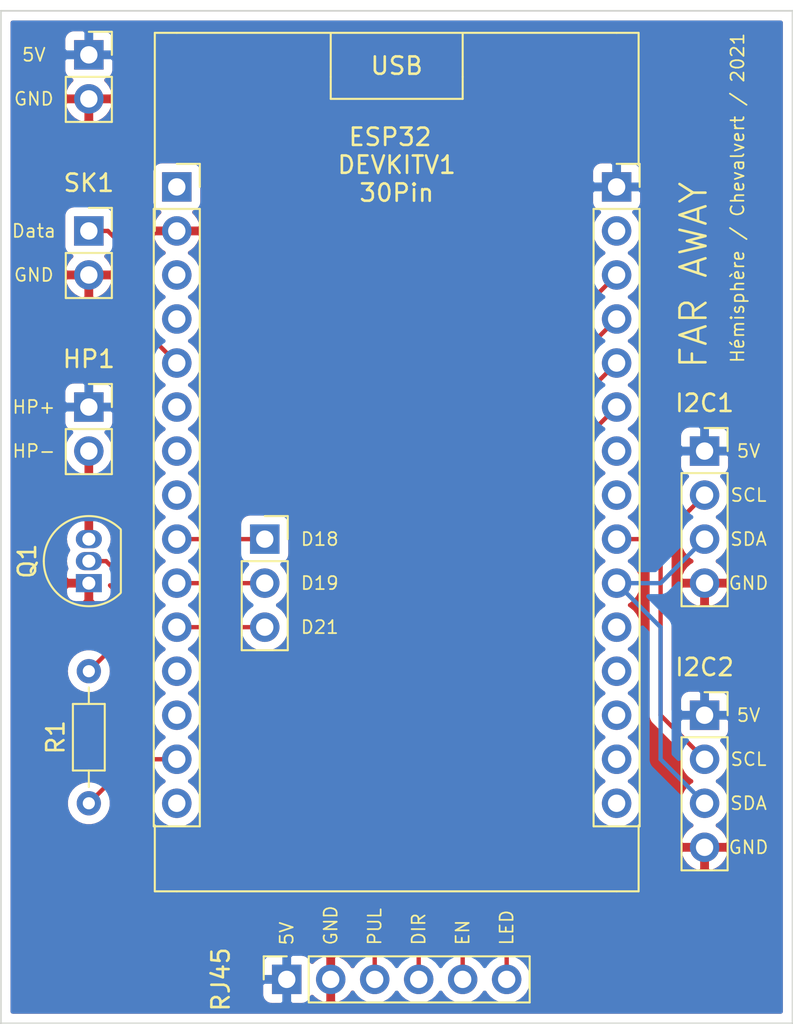
<source format=kicad_pcb>
(kicad_pcb (version 20171130) (host pcbnew "(5.1.2-1)-1")

  (general
    (thickness 1.6)
    (drawings 48)
    (tracks 32)
    (zones 0)
    (modules 11)
    (nets 16)
  )

  (page A4)
  (layers
    (0 F.Cu signal)
    (31 B.Cu signal)
    (32 B.Adhes user)
    (33 F.Adhes user)
    (34 B.Paste user)
    (35 F.Paste user)
    (36 B.SilkS user)
    (37 F.SilkS user)
    (38 B.Mask user)
    (39 F.Mask user)
    (40 Dwgs.User user)
    (41 Cmts.User user)
    (42 Eco1.User user)
    (43 Eco2.User user)
    (44 Edge.Cuts user)
    (45 Margin user)
    (46 B.CrtYd user)
    (47 F.CrtYd user)
    (48 B.Fab user)
    (49 F.Fab user hide)
  )

  (setup
    (last_trace_width 0.25)
    (user_trace_width 0.5)
    (user_trace_width 1)
    (trace_clearance 0.2)
    (zone_clearance 0.508)
    (zone_45_only no)
    (trace_min 0.2)
    (via_size 0.8)
    (via_drill 0.4)
    (via_min_size 0.4)
    (via_min_drill 0.3)
    (uvia_size 0.3)
    (uvia_drill 0.1)
    (uvias_allowed no)
    (uvia_min_size 0.2)
    (uvia_min_drill 0.1)
    (edge_width 0.05)
    (segment_width 0.2)
    (pcb_text_width 0.3)
    (pcb_text_size 1.5 1.5)
    (mod_edge_width 0.12)
    (mod_text_size 1 1)
    (mod_text_width 0.15)
    (pad_size 1.524 1.524)
    (pad_drill 0.762)
    (pad_to_mask_clearance 0.051)
    (solder_mask_min_width 0.25)
    (aux_axis_origin 0 0)
    (visible_elements FFFFFF7F)
    (pcbplotparams
      (layerselection 0x010f0_ffffffff)
      (usegerberextensions false)
      (usegerberattributes false)
      (usegerberadvancedattributes false)
      (creategerberjobfile false)
      (excludeedgelayer true)
      (linewidth 0.100000)
      (plotframeref false)
      (viasonmask false)
      (mode 1)
      (useauxorigin false)
      (hpglpennumber 1)
      (hpglpenspeed 20)
      (hpglpendiameter 15.000000)
      (psnegative false)
      (psa4output false)
      (plotreference true)
      (plotvalue true)
      (plotinvisibletext false)
      (padsonsilk false)
      (subtractmaskfromsilk false)
      (outputformat 1)
      (mirror false)
      (drillshape 0)
      (scaleselection 1)
      (outputdirectory "GBR/"))
  )

  (net 0 "")
  (net 1 +5V)
  (net 2 GND)
  (net 3 "Net-(HP1-Pad2)")
  (net 4 SK)
  (net 5 "Net-(J1-Pad9)")
  (net 6 "Net-(J1-Pad10)")
  (net 7 "Net-(J1-Pad11)")
  (net 8 AUDIO)
  (net 9 LED)
  (net 10 EN)
  (net 11 DIR)
  (net 12 PUL)
  (net 13 "Net-(Q1-Pad2)")
  (net 14 SCL)
  (net 15 SDA)

  (net_class Default "Ceci est la Netclass par défaut."
    (clearance 0.2)
    (trace_width 0.25)
    (via_dia 0.8)
    (via_drill 0.4)
    (uvia_dia 0.3)
    (uvia_drill 0.1)
    (add_net +5V)
    (add_net AUDIO)
    (add_net DIR)
    (add_net EN)
    (add_net GND)
    (add_net LED)
    (add_net "Net-(HP1-Pad2)")
    (add_net "Net-(J1-Pad10)")
    (add_net "Net-(J1-Pad11)")
    (add_net "Net-(J1-Pad9)")
    (add_net "Net-(Q1-Pad2)")
    (add_net PUL)
    (add_net SCL)
    (add_net SDA)
    (add_net SK)
  )

  (module Connector_PinSocket_2.54mm:PinSocket_1x02_P2.54mm_Vertical (layer F.Cu) (tedit 5A19A420) (tstamp 607019B6)
    (at 104.14 48.26)
    (descr "Through hole straight socket strip, 1x02, 2.54mm pitch, single row (from Kicad 4.0.7), script generated")
    (tags "Through hole socket strip THT 1x02 2.54mm single row")
    (path /60749968)
    (fp_text reference 5V_BONUS1 (at 0 -2.77) (layer F.SilkS) hide
      (effects (font (size 1 1) (thickness 0.15)))
    )
    (fp_text value Conn_01x02_Female (at 0 5.31) (layer F.Fab)
      (effects (font (size 1 1) (thickness 0.15)))
    )
    (fp_line (start -1.27 -1.27) (end 0.635 -1.27) (layer F.Fab) (width 0.1))
    (fp_line (start 0.635 -1.27) (end 1.27 -0.635) (layer F.Fab) (width 0.1))
    (fp_line (start 1.27 -0.635) (end 1.27 3.81) (layer F.Fab) (width 0.1))
    (fp_line (start 1.27 3.81) (end -1.27 3.81) (layer F.Fab) (width 0.1))
    (fp_line (start -1.27 3.81) (end -1.27 -1.27) (layer F.Fab) (width 0.1))
    (fp_line (start -1.33 1.27) (end 1.33 1.27) (layer F.SilkS) (width 0.12))
    (fp_line (start -1.33 1.27) (end -1.33 3.87) (layer F.SilkS) (width 0.12))
    (fp_line (start -1.33 3.87) (end 1.33 3.87) (layer F.SilkS) (width 0.12))
    (fp_line (start 1.33 1.27) (end 1.33 3.87) (layer F.SilkS) (width 0.12))
    (fp_line (start 1.33 -1.33) (end 1.33 0) (layer F.SilkS) (width 0.12))
    (fp_line (start 0 -1.33) (end 1.33 -1.33) (layer F.SilkS) (width 0.12))
    (fp_line (start -1.8 -1.8) (end 1.75 -1.8) (layer F.CrtYd) (width 0.05))
    (fp_line (start 1.75 -1.8) (end 1.75 4.3) (layer F.CrtYd) (width 0.05))
    (fp_line (start 1.75 4.3) (end -1.8 4.3) (layer F.CrtYd) (width 0.05))
    (fp_line (start -1.8 4.3) (end -1.8 -1.8) (layer F.CrtYd) (width 0.05))
    (fp_text user %R (at 0 1.27 90) (layer F.Fab)
      (effects (font (size 1 1) (thickness 0.15)))
    )
    (pad 1 thru_hole rect (at 0 0) (size 1.7 1.7) (drill 1) (layers *.Cu *.Mask)
      (net 1 +5V))
    (pad 2 thru_hole oval (at 0 2.54) (size 1.7 1.7) (drill 1) (layers *.Cu *.Mask)
      (net 2 GND))
    (model ${KISYS3DMOD}/Connector_PinSocket_2.54mm.3dshapes/PinSocket_1x02_P2.54mm_Vertical.wrl
      (at (xyz 0 0 0))
      (scale (xyz 1 1 1))
      (rotate (xyz 0 0 0))
    )
  )

  (module Connector_PinSocket_2.54mm:PinSocket_1x02_P2.54mm_Vertical (layer F.Cu) (tedit 5A19A420) (tstamp 606DDF84)
    (at 104.14 68.58)
    (descr "Through hole straight socket strip, 1x02, 2.54mm pitch, single row (from Kicad 4.0.7), script generated")
    (tags "Through hole socket strip THT 1x02 2.54mm single row")
    (path /60723644)
    (fp_text reference HP1 (at 0 -2.77) (layer F.SilkS)
      (effects (font (size 1 1) (thickness 0.15)))
    )
    (fp_text value Conn_01x02_Female (at 0 5.31) (layer F.Fab)
      (effects (font (size 1 1) (thickness 0.15)))
    )
    (fp_line (start -1.27 -1.27) (end 0.635 -1.27) (layer F.Fab) (width 0.1))
    (fp_line (start 0.635 -1.27) (end 1.27 -0.635) (layer F.Fab) (width 0.1))
    (fp_line (start 1.27 -0.635) (end 1.27 3.81) (layer F.Fab) (width 0.1))
    (fp_line (start 1.27 3.81) (end -1.27 3.81) (layer F.Fab) (width 0.1))
    (fp_line (start -1.27 3.81) (end -1.27 -1.27) (layer F.Fab) (width 0.1))
    (fp_line (start -1.33 1.27) (end 1.33 1.27) (layer F.SilkS) (width 0.12))
    (fp_line (start -1.33 1.27) (end -1.33 3.87) (layer F.SilkS) (width 0.12))
    (fp_line (start -1.33 3.87) (end 1.33 3.87) (layer F.SilkS) (width 0.12))
    (fp_line (start 1.33 1.27) (end 1.33 3.87) (layer F.SilkS) (width 0.12))
    (fp_line (start 1.33 -1.33) (end 1.33 0) (layer F.SilkS) (width 0.12))
    (fp_line (start 0 -1.33) (end 1.33 -1.33) (layer F.SilkS) (width 0.12))
    (fp_line (start -1.8 -1.8) (end 1.75 -1.8) (layer F.CrtYd) (width 0.05))
    (fp_line (start 1.75 -1.8) (end 1.75 4.3) (layer F.CrtYd) (width 0.05))
    (fp_line (start 1.75 4.3) (end -1.8 4.3) (layer F.CrtYd) (width 0.05))
    (fp_line (start -1.8 4.3) (end -1.8 -1.8) (layer F.CrtYd) (width 0.05))
    (fp_text user %R (at 0 1.27 90) (layer F.Fab)
      (effects (font (size 1 1) (thickness 0.15)))
    )
    (pad 1 thru_hole rect (at 0 0) (size 1.7 1.7) (drill 1) (layers *.Cu *.Mask)
      (net 1 +5V))
    (pad 2 thru_hole oval (at 0 2.54) (size 1.7 1.7) (drill 1) (layers *.Cu *.Mask)
      (net 3 "Net-(HP1-Pad2)"))
    (model ${KISYS3DMOD}/Connector_PinSocket_2.54mm.3dshapes/PinSocket_1x02_P2.54mm_Vertical.wrl
      (at (xyz 0 0 0))
      (scale (xyz 1 1 1))
      (rotate (xyz 0 0 0))
    )
  )

  (module Connector_PinSocket_2.54mm:PinSocket_1x15_P2.54mm_Vertical (layer F.Cu) (tedit 5A19A41D) (tstamp 607015E8)
    (at 109.22 55.88)
    (descr "Through hole straight socket strip, 1x15, 2.54mm pitch, single row (from Kicad 4.0.7), script generated")
    (tags "Through hole socket strip THT 1x15 2.54mm single row")
    (path /606F7ABD)
    (fp_text reference J1 (at 0 -2.77) (layer F.SilkS) hide
      (effects (font (size 1 1) (thickness 0.15)))
    )
    (fp_text value ESP32_DevKitV1_30PIN_Left (at 0 38.33) (layer F.Fab)
      (effects (font (size 1 1) (thickness 0.15)))
    )
    (fp_line (start -1.27 -1.27) (end 0.635 -1.27) (layer F.Fab) (width 0.1))
    (fp_line (start 0.635 -1.27) (end 1.27 -0.635) (layer F.Fab) (width 0.1))
    (fp_line (start 1.27 -0.635) (end 1.27 36.83) (layer F.Fab) (width 0.1))
    (fp_line (start 1.27 36.83) (end -1.27 36.83) (layer F.Fab) (width 0.1))
    (fp_line (start -1.27 36.83) (end -1.27 -1.27) (layer F.Fab) (width 0.1))
    (fp_line (start -1.33 1.27) (end 1.33 1.27) (layer F.SilkS) (width 0.12))
    (fp_line (start -1.33 1.27) (end -1.33 36.89) (layer F.SilkS) (width 0.12))
    (fp_line (start -1.33 36.89) (end 1.33 36.89) (layer F.SilkS) (width 0.12))
    (fp_line (start 1.33 1.27) (end 1.33 36.89) (layer F.SilkS) (width 0.12))
    (fp_line (start 1.33 -1.33) (end 1.33 0) (layer F.SilkS) (width 0.12))
    (fp_line (start 0 -1.33) (end 1.33 -1.33) (layer F.SilkS) (width 0.12))
    (fp_line (start -1.8 -1.8) (end 1.75 -1.8) (layer F.CrtYd) (width 0.05))
    (fp_line (start 1.75 -1.8) (end 1.75 37.3) (layer F.CrtYd) (width 0.05))
    (fp_line (start 1.75 37.3) (end -1.8 37.3) (layer F.CrtYd) (width 0.05))
    (fp_line (start -1.8 37.3) (end -1.8 -1.8) (layer F.CrtYd) (width 0.05))
    (fp_text user %R (at 0 17.78 90) (layer F.Fab)
      (effects (font (size 1 1) (thickness 0.15)))
    )
    (pad 1 thru_hole rect (at 0 0) (size 1.7 1.7) (drill 1) (layers *.Cu *.Mask))
    (pad 2 thru_hole oval (at 0 2.54) (size 1.7 1.7) (drill 1) (layers *.Cu *.Mask)
      (net 2 GND))
    (pad 3 thru_hole oval (at 0 5.08) (size 1.7 1.7) (drill 1) (layers *.Cu *.Mask))
    (pad 4 thru_hole oval (at 0 7.62) (size 1.7 1.7) (drill 1) (layers *.Cu *.Mask))
    (pad 5 thru_hole oval (at 0 10.16) (size 1.7 1.7) (drill 1) (layers *.Cu *.Mask)
      (net 4 SK))
    (pad 6 thru_hole oval (at 0 12.7) (size 1.7 1.7) (drill 1) (layers *.Cu *.Mask))
    (pad 7 thru_hole oval (at 0 15.24) (size 1.7 1.7) (drill 1) (layers *.Cu *.Mask))
    (pad 8 thru_hole oval (at 0 17.78) (size 1.7 1.7) (drill 1) (layers *.Cu *.Mask))
    (pad 9 thru_hole oval (at 0 20.32) (size 1.7 1.7) (drill 1) (layers *.Cu *.Mask)
      (net 5 "Net-(J1-Pad9)"))
    (pad 10 thru_hole oval (at 0 22.86) (size 1.7 1.7) (drill 1) (layers *.Cu *.Mask)
      (net 6 "Net-(J1-Pad10)"))
    (pad 11 thru_hole oval (at 0 25.4) (size 1.7 1.7) (drill 1) (layers *.Cu *.Mask)
      (net 7 "Net-(J1-Pad11)"))
    (pad 12 thru_hole oval (at 0 27.94) (size 1.7 1.7) (drill 1) (layers *.Cu *.Mask))
    (pad 13 thru_hole oval (at 0 30.48) (size 1.7 1.7) (drill 1) (layers *.Cu *.Mask))
    (pad 14 thru_hole oval (at 0 33.02) (size 1.7 1.7) (drill 1) (layers *.Cu *.Mask)
      (net 8 AUDIO))
    (pad 15 thru_hole oval (at 0 35.56) (size 1.7 1.7) (drill 1) (layers *.Cu *.Mask))
    (model ${KISYS3DMOD}/Connector_PinSocket_2.54mm.3dshapes/PinSocket_1x15_P2.54mm_Vertical.wrl
      (at (xyz 0 0 0))
      (scale (xyz 1 1 1))
      (rotate (xyz 0 0 0))
    )
  )

  (module Connector_PinSocket_2.54mm:PinSocket_1x15_P2.54mm_Vertical (layer F.Cu) (tedit 5A19A41D) (tstamp 606DDFF6)
    (at 134.62 55.88)
    (descr "Through hole straight socket strip, 1x15, 2.54mm pitch, single row (from Kicad 4.0.7), script generated")
    (tags "Through hole socket strip THT 1x15 2.54mm single row")
    (path /606F88B3)
    (fp_text reference J2 (at 0 -2.77) (layer F.SilkS) hide
      (effects (font (size 1 1) (thickness 0.15)))
    )
    (fp_text value ESP32_DevKitV1_30PIN_Right (at 0 38.33) (layer F.Fab)
      (effects (font (size 1 1) (thickness 0.15)))
    )
    (fp_text user %R (at 0 17.78 90) (layer F.Fab)
      (effects (font (size 1 1) (thickness 0.15)))
    )
    (fp_line (start -1.8 37.3) (end -1.8 -1.8) (layer F.CrtYd) (width 0.05))
    (fp_line (start 1.75 37.3) (end -1.8 37.3) (layer F.CrtYd) (width 0.05))
    (fp_line (start 1.75 -1.8) (end 1.75 37.3) (layer F.CrtYd) (width 0.05))
    (fp_line (start -1.8 -1.8) (end 1.75 -1.8) (layer F.CrtYd) (width 0.05))
    (fp_line (start 0 -1.33) (end 1.33 -1.33) (layer F.SilkS) (width 0.12))
    (fp_line (start 1.33 -1.33) (end 1.33 0) (layer F.SilkS) (width 0.12))
    (fp_line (start 1.33 1.27) (end 1.33 36.89) (layer F.SilkS) (width 0.12))
    (fp_line (start -1.33 36.89) (end 1.33 36.89) (layer F.SilkS) (width 0.12))
    (fp_line (start -1.33 1.27) (end -1.33 36.89) (layer F.SilkS) (width 0.12))
    (fp_line (start -1.33 1.27) (end 1.33 1.27) (layer F.SilkS) (width 0.12))
    (fp_line (start -1.27 36.83) (end -1.27 -1.27) (layer F.Fab) (width 0.1))
    (fp_line (start 1.27 36.83) (end -1.27 36.83) (layer F.Fab) (width 0.1))
    (fp_line (start 1.27 -0.635) (end 1.27 36.83) (layer F.Fab) (width 0.1))
    (fp_line (start 0.635 -1.27) (end 1.27 -0.635) (layer F.Fab) (width 0.1))
    (fp_line (start -1.27 -1.27) (end 0.635 -1.27) (layer F.Fab) (width 0.1))
    (pad 15 thru_hole oval (at 0 35.56) (size 1.7 1.7) (drill 1) (layers *.Cu *.Mask))
    (pad 14 thru_hole oval (at 0 33.02) (size 1.7 1.7) (drill 1) (layers *.Cu *.Mask))
    (pad 13 thru_hole oval (at 0 30.48) (size 1.7 1.7) (drill 1) (layers *.Cu *.Mask))
    (pad 12 thru_hole oval (at 0 27.94) (size 1.7 1.7) (drill 1) (layers *.Cu *.Mask))
    (pad 11 thru_hole oval (at 0 25.4) (size 1.7 1.7) (drill 1) (layers *.Cu *.Mask))
    (pad 10 thru_hole oval (at 0 22.86) (size 1.7 1.7) (drill 1) (layers *.Cu *.Mask)
      (net 15 SDA))
    (pad 9 thru_hole oval (at 0 20.32) (size 1.7 1.7) (drill 1) (layers *.Cu *.Mask)
      (net 14 SCL))
    (pad 8 thru_hole oval (at 0 17.78) (size 1.7 1.7) (drill 1) (layers *.Cu *.Mask))
    (pad 7 thru_hole oval (at 0 15.24) (size 1.7 1.7) (drill 1) (layers *.Cu *.Mask))
    (pad 6 thru_hole oval (at 0 12.7) (size 1.7 1.7) (drill 1) (layers *.Cu *.Mask)
      (net 9 LED))
    (pad 5 thru_hole oval (at 0 10.16) (size 1.7 1.7) (drill 1) (layers *.Cu *.Mask)
      (net 10 EN))
    (pad 4 thru_hole oval (at 0 7.62) (size 1.7 1.7) (drill 1) (layers *.Cu *.Mask)
      (net 11 DIR))
    (pad 3 thru_hole oval (at 0 5.08) (size 1.7 1.7) (drill 1) (layers *.Cu *.Mask)
      (net 12 PUL))
    (pad 2 thru_hole oval (at 0 2.54) (size 1.7 1.7) (drill 1) (layers *.Cu *.Mask))
    (pad 1 thru_hole rect (at 0 0) (size 1.7 1.7) (drill 1) (layers *.Cu *.Mask)
      (net 1 +5V))
    (model ${KISYS3DMOD}/Connector_PinSocket_2.54mm.3dshapes/PinSocket_1x15_P2.54mm_Vertical.wrl
      (at (xyz 0 0 0))
      (scale (xyz 1 1 1))
      (rotate (xyz 0 0 0))
    )
  )

  (module Resistor_THT:R_Axial_DIN0204_L3.6mm_D1.6mm_P7.62mm_Horizontal (layer F.Cu) (tedit 5AE5139B) (tstamp 606DE01F)
    (at 104.14 91.44 90)
    (descr "Resistor, Axial_DIN0204 series, Axial, Horizontal, pin pitch=7.62mm, 0.167W, length*diameter=3.6*1.6mm^2, http://cdn-reichelt.de/documents/datenblatt/B400/1_4W%23YAG.pdf")
    (tags "Resistor Axial_DIN0204 series Axial Horizontal pin pitch 7.62mm 0.167W length 3.6mm diameter 1.6mm")
    (path /606FD33B)
    (fp_text reference R1 (at 3.81 -1.92 90) (layer F.SilkS)
      (effects (font (size 1 1) (thickness 0.15)))
    )
    (fp_text value 1k (at 3.81 1.92 90) (layer F.Fab)
      (effects (font (size 1 1) (thickness 0.15)))
    )
    (fp_line (start 2.01 -0.8) (end 2.01 0.8) (layer F.Fab) (width 0.1))
    (fp_line (start 2.01 0.8) (end 5.61 0.8) (layer F.Fab) (width 0.1))
    (fp_line (start 5.61 0.8) (end 5.61 -0.8) (layer F.Fab) (width 0.1))
    (fp_line (start 5.61 -0.8) (end 2.01 -0.8) (layer F.Fab) (width 0.1))
    (fp_line (start 0 0) (end 2.01 0) (layer F.Fab) (width 0.1))
    (fp_line (start 7.62 0) (end 5.61 0) (layer F.Fab) (width 0.1))
    (fp_line (start 1.89 -0.92) (end 1.89 0.92) (layer F.SilkS) (width 0.12))
    (fp_line (start 1.89 0.92) (end 5.73 0.92) (layer F.SilkS) (width 0.12))
    (fp_line (start 5.73 0.92) (end 5.73 -0.92) (layer F.SilkS) (width 0.12))
    (fp_line (start 5.73 -0.92) (end 1.89 -0.92) (layer F.SilkS) (width 0.12))
    (fp_line (start 0.94 0) (end 1.89 0) (layer F.SilkS) (width 0.12))
    (fp_line (start 6.68 0) (end 5.73 0) (layer F.SilkS) (width 0.12))
    (fp_line (start -0.95 -1.05) (end -0.95 1.05) (layer F.CrtYd) (width 0.05))
    (fp_line (start -0.95 1.05) (end 8.57 1.05) (layer F.CrtYd) (width 0.05))
    (fp_line (start 8.57 1.05) (end 8.57 -1.05) (layer F.CrtYd) (width 0.05))
    (fp_line (start 8.57 -1.05) (end -0.95 -1.05) (layer F.CrtYd) (width 0.05))
    (fp_text user %R (at 3.81 0 90) (layer F.Fab)
      (effects (font (size 0.72 0.72) (thickness 0.108)))
    )
    (pad 1 thru_hole circle (at 0 0 90) (size 1.4 1.4) (drill 0.7) (layers *.Cu *.Mask)
      (net 8 AUDIO))
    (pad 2 thru_hole oval (at 7.62 0 90) (size 1.4 1.4) (drill 0.7) (layers *.Cu *.Mask)
      (net 13 "Net-(Q1-Pad2)"))
    (model ${KISYS3DMOD}/Resistor_THT.3dshapes/R_Axial_DIN0204_L3.6mm_D1.6mm_P7.62mm_Horizontal.wrl
      (at (xyz 0 0 0))
      (scale (xyz 1 1 1))
      (rotate (xyz 0 0 0))
    )
  )

  (module Connector_PinSocket_2.54mm:PinSocket_1x06_P2.54mm_Vertical (layer F.Cu) (tedit 5A19A430) (tstamp 6070153D)
    (at 115.57 101.6 90)
    (descr "Through hole straight socket strip, 1x06, 2.54mm pitch, single row (from Kicad 4.0.7), script generated")
    (tags "Through hole socket strip THT 1x06 2.54mm single row")
    (path /60706020)
    (fp_text reference RJ45_INPUT1 (at 2.54 -2.54 90) (layer F.SilkS) hide
      (effects (font (size 1 1) (thickness 0.15)))
    )
    (fp_text value Conn_01x06_Female (at 0 15.47 90) (layer F.Fab)
      (effects (font (size 1 1) (thickness 0.15)))
    )
    (fp_line (start -1.27 -1.27) (end 0.635 -1.27) (layer F.Fab) (width 0.1))
    (fp_line (start 0.635 -1.27) (end 1.27 -0.635) (layer F.Fab) (width 0.1))
    (fp_line (start 1.27 -0.635) (end 1.27 13.97) (layer F.Fab) (width 0.1))
    (fp_line (start 1.27 13.97) (end -1.27 13.97) (layer F.Fab) (width 0.1))
    (fp_line (start -1.27 13.97) (end -1.27 -1.27) (layer F.Fab) (width 0.1))
    (fp_line (start -1.33 1.27) (end 1.33 1.27) (layer F.SilkS) (width 0.12))
    (fp_line (start -1.33 1.27) (end -1.33 14.03) (layer F.SilkS) (width 0.12))
    (fp_line (start -1.33 14.03) (end 1.33 14.03) (layer F.SilkS) (width 0.12))
    (fp_line (start 1.33 1.27) (end 1.33 14.03) (layer F.SilkS) (width 0.12))
    (fp_line (start 1.33 -1.33) (end 1.33 0) (layer F.SilkS) (width 0.12))
    (fp_line (start 0 -1.33) (end 1.33 -1.33) (layer F.SilkS) (width 0.12))
    (fp_line (start -1.8 -1.8) (end 1.75 -1.8) (layer F.CrtYd) (width 0.05))
    (fp_line (start 1.75 -1.8) (end 1.75 14.45) (layer F.CrtYd) (width 0.05))
    (fp_line (start 1.75 14.45) (end -1.8 14.45) (layer F.CrtYd) (width 0.05))
    (fp_line (start -1.8 14.45) (end -1.8 -1.8) (layer F.CrtYd) (width 0.05))
    (fp_text user %R (at 0 6.35) (layer F.Fab)
      (effects (font (size 1 1) (thickness 0.15)))
    )
    (pad 1 thru_hole rect (at 0 0 90) (size 1.7 1.7) (drill 1) (layers *.Cu *.Mask)
      (net 1 +5V))
    (pad 2 thru_hole oval (at 0 2.54 90) (size 1.7 1.7) (drill 1) (layers *.Cu *.Mask)
      (net 2 GND))
    (pad 3 thru_hole oval (at 0 5.08 90) (size 1.7 1.7) (drill 1) (layers *.Cu *.Mask)
      (net 12 PUL))
    (pad 4 thru_hole oval (at 0 7.62 90) (size 1.7 1.7) (drill 1) (layers *.Cu *.Mask)
      (net 11 DIR))
    (pad 5 thru_hole oval (at 0 10.16 90) (size 1.7 1.7) (drill 1) (layers *.Cu *.Mask)
      (net 10 EN))
    (pad 6 thru_hole oval (at 0 12.7 90) (size 1.7 1.7) (drill 1) (layers *.Cu *.Mask)
      (net 9 LED))
    (model ${KISYS3DMOD}/Connector_PinSocket_2.54mm.3dshapes/PinSocket_1x06_P2.54mm_Vertical.wrl
      (at (xyz 0 0 0))
      (scale (xyz 1 1 1))
      (rotate (xyz 0 0 0))
    )
  )

  (module Connector_PinSocket_2.54mm:PinSocket_1x02_P2.54mm_Vertical (layer F.Cu) (tedit 5A19A420) (tstamp 606DE04F)
    (at 104.14 58.42)
    (descr "Through hole straight socket strip, 1x02, 2.54mm pitch, single row (from Kicad 4.0.7), script generated")
    (tags "Through hole socket strip THT 1x02 2.54mm single row")
    (path /60723995)
    (fp_text reference SK1 (at 0 -2.77) (layer F.SilkS)
      (effects (font (size 1 1) (thickness 0.15)))
    )
    (fp_text value Conn_01x02_Female (at 0 5.31) (layer F.Fab)
      (effects (font (size 1 1) (thickness 0.15)))
    )
    (fp_text user %R (at 0 1.27 90) (layer F.Fab)
      (effects (font (size 1 1) (thickness 0.15)))
    )
    (fp_line (start -1.8 4.3) (end -1.8 -1.8) (layer F.CrtYd) (width 0.05))
    (fp_line (start 1.75 4.3) (end -1.8 4.3) (layer F.CrtYd) (width 0.05))
    (fp_line (start 1.75 -1.8) (end 1.75 4.3) (layer F.CrtYd) (width 0.05))
    (fp_line (start -1.8 -1.8) (end 1.75 -1.8) (layer F.CrtYd) (width 0.05))
    (fp_line (start 0 -1.33) (end 1.33 -1.33) (layer F.SilkS) (width 0.12))
    (fp_line (start 1.33 -1.33) (end 1.33 0) (layer F.SilkS) (width 0.12))
    (fp_line (start 1.33 1.27) (end 1.33 3.87) (layer F.SilkS) (width 0.12))
    (fp_line (start -1.33 3.87) (end 1.33 3.87) (layer F.SilkS) (width 0.12))
    (fp_line (start -1.33 1.27) (end -1.33 3.87) (layer F.SilkS) (width 0.12))
    (fp_line (start -1.33 1.27) (end 1.33 1.27) (layer F.SilkS) (width 0.12))
    (fp_line (start -1.27 3.81) (end -1.27 -1.27) (layer F.Fab) (width 0.1))
    (fp_line (start 1.27 3.81) (end -1.27 3.81) (layer F.Fab) (width 0.1))
    (fp_line (start 1.27 -0.635) (end 1.27 3.81) (layer F.Fab) (width 0.1))
    (fp_line (start 0.635 -1.27) (end 1.27 -0.635) (layer F.Fab) (width 0.1))
    (fp_line (start -1.27 -1.27) (end 0.635 -1.27) (layer F.Fab) (width 0.1))
    (pad 2 thru_hole oval (at 0 2.54) (size 1.7 1.7) (drill 1) (layers *.Cu *.Mask)
      (net 2 GND))
    (pad 1 thru_hole rect (at 0 0) (size 1.7 1.7) (drill 1) (layers *.Cu *.Mask)
      (net 4 SK))
    (model ${KISYS3DMOD}/Connector_PinSocket_2.54mm.3dshapes/PinSocket_1x02_P2.54mm_Vertical.wrl
      (at (xyz 0 0 0))
      (scale (xyz 1 1 1))
      (rotate (xyz 0 0 0))
    )
  )

  (module Connector_PinSocket_2.54mm:PinSocket_1x03_P2.54mm_Vertical (layer F.Cu) (tedit 5A19A429) (tstamp 606DE066)
    (at 114.3 76.2)
    (descr "Through hole straight socket strip, 1x03, 2.54mm pitch, single row (from Kicad 4.0.7), script generated")
    (tags "Through hole socket strip THT 1x03 2.54mm single row")
    (path /60763578)
    (fp_text reference SPARE_PINS1 (at 2.54 -2.77) (layer F.SilkS) hide
      (effects (font (size 1 1) (thickness 0.15)))
    )
    (fp_text value Conn_01x03_Female (at 0 7.85) (layer F.Fab)
      (effects (font (size 1 1) (thickness 0.15)))
    )
    (fp_line (start -1.27 -1.27) (end 0.635 -1.27) (layer F.Fab) (width 0.1))
    (fp_line (start 0.635 -1.27) (end 1.27 -0.635) (layer F.Fab) (width 0.1))
    (fp_line (start 1.27 -0.635) (end 1.27 6.35) (layer F.Fab) (width 0.1))
    (fp_line (start 1.27 6.35) (end -1.27 6.35) (layer F.Fab) (width 0.1))
    (fp_line (start -1.27 6.35) (end -1.27 -1.27) (layer F.Fab) (width 0.1))
    (fp_line (start -1.33 1.27) (end 1.33 1.27) (layer F.SilkS) (width 0.12))
    (fp_line (start -1.33 1.27) (end -1.33 6.41) (layer F.SilkS) (width 0.12))
    (fp_line (start -1.33 6.41) (end 1.33 6.41) (layer F.SilkS) (width 0.12))
    (fp_line (start 1.33 1.27) (end 1.33 6.41) (layer F.SilkS) (width 0.12))
    (fp_line (start 1.33 -1.33) (end 1.33 0) (layer F.SilkS) (width 0.12))
    (fp_line (start 0 -1.33) (end 1.33 -1.33) (layer F.SilkS) (width 0.12))
    (fp_line (start -1.8 -1.8) (end 1.75 -1.8) (layer F.CrtYd) (width 0.05))
    (fp_line (start 1.75 -1.8) (end 1.75 6.85) (layer F.CrtYd) (width 0.05))
    (fp_line (start 1.75 6.85) (end -1.8 6.85) (layer F.CrtYd) (width 0.05))
    (fp_line (start -1.8 6.85) (end -1.8 -1.8) (layer F.CrtYd) (width 0.05))
    (fp_text user %R (at 0 2.54 90) (layer F.Fab)
      (effects (font (size 1 1) (thickness 0.15)))
    )
    (pad 1 thru_hole rect (at 0 0) (size 1.7 1.7) (drill 1) (layers *.Cu *.Mask)
      (net 5 "Net-(J1-Pad9)"))
    (pad 2 thru_hole oval (at 0 2.54) (size 1.7 1.7) (drill 1) (layers *.Cu *.Mask)
      (net 6 "Net-(J1-Pad10)"))
    (pad 3 thru_hole oval (at 0 5.08) (size 1.7 1.7) (drill 1) (layers *.Cu *.Mask)
      (net 7 "Net-(J1-Pad11)"))
    (model ${KISYS3DMOD}/Connector_PinSocket_2.54mm.3dshapes/PinSocket_1x03_P2.54mm_Vertical.wrl
      (at (xyz 0 0 0))
      (scale (xyz 1 1 1))
      (rotate (xyz 0 0 0))
    )
  )

  (module Connector_PinSocket_2.54mm:PinSocket_1x04_P2.54mm_Vertical (layer F.Cu) (tedit 5A19A429) (tstamp 60702FE4)
    (at 139.7 71.12)
    (descr "Through hole straight socket strip, 1x04, 2.54mm pitch, single row (from Kicad 4.0.7), script generated")
    (tags "Through hole socket strip THT 1x04 2.54mm single row")
    (path /6070AEBF)
    (fp_text reference I2C1 (at 0 -2.77) (layer F.SilkS)
      (effects (font (size 1 1) (thickness 0.15)))
    )
    (fp_text value Conn_01x04_Female (at 0 10.39) (layer F.Fab)
      (effects (font (size 1 1) (thickness 0.15)))
    )
    (fp_line (start -1.27 -1.27) (end 0.635 -1.27) (layer F.Fab) (width 0.1))
    (fp_line (start 0.635 -1.27) (end 1.27 -0.635) (layer F.Fab) (width 0.1))
    (fp_line (start 1.27 -0.635) (end 1.27 8.89) (layer F.Fab) (width 0.1))
    (fp_line (start 1.27 8.89) (end -1.27 8.89) (layer F.Fab) (width 0.1))
    (fp_line (start -1.27 8.89) (end -1.27 -1.27) (layer F.Fab) (width 0.1))
    (fp_line (start -1.33 1.27) (end 1.33 1.27) (layer F.SilkS) (width 0.12))
    (fp_line (start -1.33 1.27) (end -1.33 8.95) (layer F.SilkS) (width 0.12))
    (fp_line (start -1.33 8.95) (end 1.33 8.95) (layer F.SilkS) (width 0.12))
    (fp_line (start 1.33 1.27) (end 1.33 8.95) (layer F.SilkS) (width 0.12))
    (fp_line (start 1.33 -1.33) (end 1.33 0) (layer F.SilkS) (width 0.12))
    (fp_line (start 0 -1.33) (end 1.33 -1.33) (layer F.SilkS) (width 0.12))
    (fp_line (start -1.8 -1.8) (end 1.75 -1.8) (layer F.CrtYd) (width 0.05))
    (fp_line (start 1.75 -1.8) (end 1.75 9.4) (layer F.CrtYd) (width 0.05))
    (fp_line (start 1.75 9.4) (end -1.8 9.4) (layer F.CrtYd) (width 0.05))
    (fp_line (start -1.8 9.4) (end -1.8 -1.8) (layer F.CrtYd) (width 0.05))
    (fp_text user %R (at 0 3.81 90) (layer F.Fab)
      (effects (font (size 1 1) (thickness 0.15)))
    )
    (pad 1 thru_hole rect (at 0 0) (size 1.7 1.7) (drill 1) (layers *.Cu *.Mask)
      (net 1 +5V))
    (pad 2 thru_hole oval (at 0 2.54) (size 1.7 1.7) (drill 1) (layers *.Cu *.Mask)
      (net 14 SCL))
    (pad 3 thru_hole oval (at 0 5.08) (size 1.7 1.7) (drill 1) (layers *.Cu *.Mask)
      (net 15 SDA))
    (pad 4 thru_hole oval (at 0 7.62) (size 1.7 1.7) (drill 1) (layers *.Cu *.Mask)
      (net 2 GND))
    (model ${KISYS3DMOD}/Connector_PinSocket_2.54mm.3dshapes/PinSocket_1x04_P2.54mm_Vertical.wrl
      (at (xyz 0 0 0))
      (scale (xyz 1 1 1))
      (rotate (xyz 0 0 0))
    )
  )

  (module Connector_PinSocket_2.54mm:PinSocket_1x04_P2.54mm_Vertical (layer F.Cu) (tedit 5A19A429) (tstamp 60702F9F)
    (at 139.7 86.36)
    (descr "Through hole straight socket strip, 1x04, 2.54mm pitch, single row (from Kicad 4.0.7), script generated")
    (tags "Through hole socket strip THT 1x04 2.54mm single row")
    (path /6070D446)
    (fp_text reference I2C2 (at 0 -2.77) (layer F.SilkS)
      (effects (font (size 1 1) (thickness 0.15)))
    )
    (fp_text value Conn_01x04_Female (at 0 10.39) (layer F.Fab)
      (effects (font (size 1 1) (thickness 0.15)))
    )
    (fp_text user %R (at 0 3.81 90) (layer F.Fab)
      (effects (font (size 1 1) (thickness 0.15)))
    )
    (fp_line (start -1.8 9.4) (end -1.8 -1.8) (layer F.CrtYd) (width 0.05))
    (fp_line (start 1.75 9.4) (end -1.8 9.4) (layer F.CrtYd) (width 0.05))
    (fp_line (start 1.75 -1.8) (end 1.75 9.4) (layer F.CrtYd) (width 0.05))
    (fp_line (start -1.8 -1.8) (end 1.75 -1.8) (layer F.CrtYd) (width 0.05))
    (fp_line (start 0 -1.33) (end 1.33 -1.33) (layer F.SilkS) (width 0.12))
    (fp_line (start 1.33 -1.33) (end 1.33 0) (layer F.SilkS) (width 0.12))
    (fp_line (start 1.33 1.27) (end 1.33 8.95) (layer F.SilkS) (width 0.12))
    (fp_line (start -1.33 8.95) (end 1.33 8.95) (layer F.SilkS) (width 0.12))
    (fp_line (start -1.33 1.27) (end -1.33 8.95) (layer F.SilkS) (width 0.12))
    (fp_line (start -1.33 1.27) (end 1.33 1.27) (layer F.SilkS) (width 0.12))
    (fp_line (start -1.27 8.89) (end -1.27 -1.27) (layer F.Fab) (width 0.1))
    (fp_line (start 1.27 8.89) (end -1.27 8.89) (layer F.Fab) (width 0.1))
    (fp_line (start 1.27 -0.635) (end 1.27 8.89) (layer F.Fab) (width 0.1))
    (fp_line (start 0.635 -1.27) (end 1.27 -0.635) (layer F.Fab) (width 0.1))
    (fp_line (start -1.27 -1.27) (end 0.635 -1.27) (layer F.Fab) (width 0.1))
    (pad 4 thru_hole oval (at 0 7.62) (size 1.7 1.7) (drill 1) (layers *.Cu *.Mask)
      (net 2 GND))
    (pad 3 thru_hole oval (at 0 5.08) (size 1.7 1.7) (drill 1) (layers *.Cu *.Mask)
      (net 15 SDA))
    (pad 2 thru_hole oval (at 0 2.54) (size 1.7 1.7) (drill 1) (layers *.Cu *.Mask)
      (net 14 SCL))
    (pad 1 thru_hole rect (at 0 0) (size 1.7 1.7) (drill 1) (layers *.Cu *.Mask)
      (net 1 +5V))
    (model ${KISYS3DMOD}/Connector_PinSocket_2.54mm.3dshapes/PinSocket_1x04_P2.54mm_Vertical.wrl
      (at (xyz 0 0 0))
      (scale (xyz 1 1 1))
      (rotate (xyz 0 0 0))
    )
  )

  (module Package_TO_SOT_THT:TO-92_Inline (layer F.Cu) (tedit 5A1DD157) (tstamp 607033E2)
    (at 104.14 78.74 90)
    (descr "TO-92 leads in-line, narrow, oval pads, drill 0.75mm (see NXP sot054_po.pdf)")
    (tags "to-92 sc-43 sc-43a sot54 PA33 transistor")
    (path /60702263)
    (fp_text reference Q1 (at 1.27 -3.56 90) (layer F.SilkS)
      (effects (font (size 1 1) (thickness 0.15)))
    )
    (fp_text value PN2222A (at 1.27 2.79 90) (layer F.Fab)
      (effects (font (size 1 1) (thickness 0.15)))
    )
    (fp_text user %R (at 1.27 -3.56 90) (layer F.Fab)
      (effects (font (size 1 1) (thickness 0.15)))
    )
    (fp_line (start -0.53 1.85) (end 3.07 1.85) (layer F.SilkS) (width 0.12))
    (fp_line (start -0.5 1.75) (end 3 1.75) (layer F.Fab) (width 0.1))
    (fp_line (start -1.46 -2.73) (end 4 -2.73) (layer F.CrtYd) (width 0.05))
    (fp_line (start -1.46 -2.73) (end -1.46 2.01) (layer F.CrtYd) (width 0.05))
    (fp_line (start 4 2.01) (end 4 -2.73) (layer F.CrtYd) (width 0.05))
    (fp_line (start 4 2.01) (end -1.46 2.01) (layer F.CrtYd) (width 0.05))
    (fp_arc (start 1.27 0) (end 1.27 -2.48) (angle 135) (layer F.Fab) (width 0.1))
    (fp_arc (start 1.27 0) (end 1.27 -2.6) (angle -135) (layer F.SilkS) (width 0.12))
    (fp_arc (start 1.27 0) (end 1.27 -2.48) (angle -135) (layer F.Fab) (width 0.1))
    (fp_arc (start 1.27 0) (end 1.27 -2.6) (angle 135) (layer F.SilkS) (width 0.12))
    (pad 2 thru_hole oval (at 1.27 0 90) (size 1.05 1.5) (drill 0.75) (layers *.Cu *.Mask)
      (net 13 "Net-(Q1-Pad2)"))
    (pad 3 thru_hole oval (at 2.54 0 90) (size 1.05 1.5) (drill 0.75) (layers *.Cu *.Mask)
      (net 3 "Net-(HP1-Pad2)"))
    (pad 1 thru_hole rect (at 0 0 90) (size 1.05 1.5) (drill 0.75) (layers *.Cu *.Mask)
      (net 2 GND))
    (model ${KISYS3DMOD}/Package_TO_SOT_THT.3dshapes/TO-92_Inline.wrl
      (at (xyz 0 0 0))
      (scale (xyz 1 1 1))
      (rotate (xyz 0 0 0))
    )
  )

  (gr_line (start 99.06 104.14) (end 99.06 45.72) (layer Edge.Cuts) (width 0.1))
  (gr_line (start 144.78 104.14) (end 99.06 104.14) (layer Edge.Cuts) (width 0.1))
  (gr_line (start 144.78 45.72) (end 144.78 104.14) (layer Edge.Cuts) (width 0.1))
  (gr_line (start 142.24 45.72) (end 144.78 45.72) (layer Edge.Cuts) (width 0.1))
  (gr_line (start 99.06 45.72) (end 142.24 45.72) (layer Edge.Cuts) (width 0.1))
  (gr_text 5V (at 142.24 86.36) (layer F.SilkS) (tstamp 60702DD7)
    (effects (font (size 0.75 0.75) (thickness 0.1)))
  )
  (gr_text SCL (at 142.24 88.9) (layer F.SilkS) (tstamp 60702DD6)
    (effects (font (size 0.75 0.75) (thickness 0.1)))
  )
  (gr_text SDA (at 142.24 91.44) (layer F.SilkS) (tstamp 60702DD5)
    (effects (font (size 0.75 0.75) (thickness 0.1)))
  )
  (gr_text GND (at 142.24 93.98) (layer F.SilkS) (tstamp 60702DD4)
    (effects (font (size 0.75 0.75) (thickness 0.1)))
  )
  (gr_text GND (at 142.24 78.74) (layer F.SilkS) (tstamp 60702DD2)
    (effects (font (size 0.75 0.75) (thickness 0.1)))
  )
  (gr_text SDA (at 142.24 76.2) (layer F.SilkS) (tstamp 60702DCF)
    (effects (font (size 0.75 0.75) (thickness 0.1)))
  )
  (gr_text SCL (at 142.24 73.66) (layer F.SilkS) (tstamp 60702DCC)
    (effects (font (size 0.75 0.75) (thickness 0.1)))
  )
  (gr_text 5V (at 142.24 71.12) (layer F.SilkS) (tstamp 60702DC9)
    (effects (font (size 0.75 0.75) (thickness 0.1)))
  )
  (gr_text "Hémisphère / Chevalvert / 2021" (at 141.605 56.515 90) (layer F.SilkS) (tstamp 60702EEB)
    (effects (font (size 0.75 0.75) (thickness 0.1)))
  )
  (gr_text "FAR AWAY" (at 139.065 60.96 90) (layer F.SilkS) (tstamp 60702EE8)
    (effects (font (size 1.5 1.5) (thickness 0.15)))
  )
  (gr_line (start 118.11 50.8) (end 118.11 49.53) (layer F.SilkS) (width 0.12) (tstamp 6070224B))
  (gr_line (start 125.73 50.8) (end 118.11 50.8) (layer F.SilkS) (width 0.12))
  (gr_line (start 125.73 49.53) (end 125.73 50.8) (layer F.SilkS) (width 0.12))
  (gr_text GND (at 100.965 50.8) (layer F.SilkS)
    (effects (font (size 0.75 0.75) (thickness 0.1)))
  )
  (gr_text 5V (at 100.965 48.26) (layer F.SilkS) (tstamp 60702348)
    (effects (font (size 0.75 0.75) (thickness 0.1)))
  )
  (gr_text HP- (at 100.965 71.12) (layer F.SilkS)
    (effects (font (size 0.75 0.75) (thickness 0.1)))
  )
  (gr_text HP+ (at 100.965 68.58) (layer F.SilkS)
    (effects (font (size 0.75 0.75) (thickness 0.1)))
  )
  (gr_text GND (at 100.965 60.96) (layer F.SilkS)
    (effects (font (size 0.75 0.75) (thickness 0.1)))
  )
  (gr_text Data (at 100.965 58.42) (layer F.SilkS)
    (effects (font (size 0.75 0.75) (thickness 0.1)))
  )
  (gr_text D21 (at 117.475 81.28) (layer F.SilkS) (tstamp 60702DFC)
    (effects (font (size 0.75 0.75) (thickness 0.1)))
  )
  (gr_text D19 (at 117.475 78.74) (layer F.SilkS) (tstamp 60702DF9)
    (effects (font (size 0.75 0.75) (thickness 0.1)))
  )
  (gr_text D18 (at 117.475 76.2) (layer F.SilkS) (tstamp 60702DF6)
    (effects (font (size 0.75 0.75) (thickness 0.1)))
  )
  (gr_text "ESP32 \nDEVKITV1\n30Pin\n" (at 121.92 54.61) (layer F.SilkS)
    (effects (font (size 1 1) (thickness 0.15)))
  )
  (gr_line (start 118.11 49.53) (end 118.11 46.99) (layer F.SilkS) (width 0.12))
  (gr_line (start 125.73 46.99) (end 125.73 49.53) (layer F.SilkS) (width 0.12))
  (gr_line (start 107.95 96.52) (end 109.22 96.52) (layer F.SilkS) (width 0.12) (tstamp 60701EE7))
  (gr_line (start 107.95 92.71) (end 107.95 96.52) (layer F.SilkS) (width 0.12))
  (gr_line (start 135.89 96.52) (end 134.62 96.52) (layer F.SilkS) (width 0.12) (tstamp 60701EE6))
  (gr_line (start 135.89 92.71) (end 135.89 96.52) (layer F.SilkS) (width 0.12))
  (gr_line (start 107.95 46.99) (end 107.95 58.42) (layer F.SilkS) (width 0.12))
  (gr_line (start 109.22 46.99) (end 107.95 46.99) (layer F.SilkS) (width 0.12))
  (gr_line (start 135.89 46.99) (end 135.89 54.61) (layer F.SilkS) (width 0.12))
  (gr_line (start 134.62 46.99) (end 135.89 46.99) (layer F.SilkS) (width 0.12))
  (gr_line (start 134.62 46.99) (end 109.22 46.99) (layer F.SilkS) (width 0.12))
  (gr_line (start 134.62 96.52) (end 109.22 96.52) (layer F.SilkS) (width 0.12))
  (gr_text USB (at 121.92 48.895) (layer F.SilkS)
    (effects (font (size 1 1) (thickness 0.15)))
  )
  (gr_text RJ45 (at 111.76 101.6 90) (layer F.SilkS)
    (effects (font (size 1 1) (thickness 0.15)))
  )
  (gr_text 5V (at 115.57 99.695 90) (layer F.SilkS) (tstamp 60701576)
    (effects (font (size 0.75 0.75) (thickness 0.1)) (justify left))
  )
  (gr_text GND (at 118.11 99.695 90) (layer F.SilkS) (tstamp 60701570)
    (effects (font (size 0.75 0.75) (thickness 0.1)) (justify left))
  )
  (gr_text PUL (at 120.65 99.695 90) (layer F.SilkS) (tstamp 60701573)
    (effects (font (size 0.75 0.75) (thickness 0.1)) (justify left))
  )
  (gr_text DIR (at 123.19 99.695 90) (layer F.SilkS) (tstamp 6070157F)
    (effects (font (size 0.75 0.75) (thickness 0.1)) (justify left))
  )
  (gr_text EN (at 125.73 99.695 90) (layer F.SilkS) (tstamp 6070157C)
    (effects (font (size 0.75 0.75) (thickness 0.1)) (justify left))
  )
  (gr_text LED (at 128.27 99.695 90) (layer F.SilkS) (tstamp 60701579)
    (effects (font (size 0.75 0.75) (thickness 0.1)) (justify left))
  )

  (segment (start 104.14 76.2) (end 104.14 71.12) (width 0.5) (layer F.Cu) (net 3))
  (segment (start 109.22 66.04) (end 106.68 63.5) (width 0.25) (layer F.Cu) (net 4) (status 10))
  (segment (start 105.24 58.42) (end 104.14 58.42) (width 0.25) (layer F.Cu) (net 4) (status 20))
  (segment (start 106.68 59.86) (end 105.24 58.42) (width 0.25) (layer F.Cu) (net 4))
  (segment (start 106.68 63.5) (end 106.68 59.86) (width 0.25) (layer F.Cu) (net 4))
  (segment (start 109.22 76.2) (end 114.3 76.2) (width 0.25) (layer F.Cu) (net 5) (status 30))
  (segment (start 109.22 78.74) (end 114.3 78.74) (width 0.25) (layer F.Cu) (net 6) (status 30))
  (segment (start 109.22 81.28) (end 114.3 81.28) (width 0.25) (layer F.Cu) (net 7) (status 30))
  (segment (start 106.68 88.9) (end 104.14 91.44) (width 0.25) (layer F.Cu) (net 8) (status 20))
  (segment (start 109.22 88.9) (end 106.68 88.9) (width 0.25) (layer F.Cu) (net 8) (status 10))
  (segment (start 128.27 74.93) (end 134.62 68.58) (width 0.25) (layer F.Cu) (net 9) (status 20))
  (segment (start 128.27 101.6) (end 128.27 74.93) (width 0.25) (layer F.Cu) (net 9) (status 10))
  (segment (start 125.73 74.93) (end 134.62 66.04) (width 0.25) (layer F.Cu) (net 10) (status 20))
  (segment (start 125.73 101.6) (end 125.73 74.93) (width 0.25) (layer F.Cu) (net 10) (status 10))
  (segment (start 123.19 74.93) (end 134.62 63.5) (width 0.25) (layer F.Cu) (net 11) (status 20))
  (segment (start 123.19 101.6) (end 123.19 74.93) (width 0.25) (layer F.Cu) (net 11) (status 10))
  (segment (start 120.65 74.93) (end 134.62 60.96) (width 0.25) (layer F.Cu) (net 12) (status 20))
  (segment (start 120.65 101.6) (end 120.65 74.93) (width 0.25) (layer F.Cu) (net 12) (status 10))
  (segment (start 104.14 83.82) (end 106.68 81.28) (width 0.25) (layer F.Cu) (net 13))
  (segment (start 105.14 77.47) (end 104.14 77.47) (width 0.25) (layer F.Cu) (net 13))
  (segment (start 106.68 79.01) (end 105.14 77.47) (width 0.25) (layer F.Cu) (net 13))
  (segment (start 106.68 81.28) (end 106.68 79.01) (width 0.25) (layer F.Cu) (net 13))
  (segment (start 138.850001 74.509999) (end 139.7 73.66) (width 0.25) (layer F.Cu) (net 14) (status 30))
  (segment (start 137.16 76.2) (end 138.850001 74.509999) (width 0.25) (layer F.Cu) (net 14) (status 20))
  (segment (start 134.62 76.2) (end 137.16 76.2) (width 0.25) (layer F.Cu) (net 14) (status 10))
  (segment (start 137.16 76.2) (end 137.16 86.36) (width 0.25) (layer F.Cu) (net 14))
  (segment (start 137.16 86.36) (end 139.7 88.9) (width 0.25) (layer F.Cu) (net 14) (status 20))
  (segment (start 137.16 78.74) (end 139.7 76.2) (width 0.25) (layer B.Cu) (net 15) (status 20))
  (segment (start 134.62 78.74) (end 137.16 78.74) (width 0.25) (layer B.Cu) (net 15) (status 10))
  (segment (start 134.62 78.74) (end 137.16 81.28) (width 0.25) (layer B.Cu) (net 15) (status 10))
  (segment (start 137.16 88.9) (end 139.7 91.44) (width 0.25) (layer B.Cu) (net 15) (status 20))
  (segment (start 137.16 81.28) (end 137.16 88.9) (width 0.25) (layer B.Cu) (net 15))

  (zone (net 1) (net_name +5V) (layer B.Cu) (tstamp 607049F2) (hatch edge 0.508)
    (connect_pads (clearance 0.508))
    (min_thickness 0.254)
    (fill yes (arc_segments 32) (thermal_gap 0.508) (thermal_bridge_width 0.508))
    (polygon
      (pts
        (xy 99.06 104.14) (xy 99.06 45.72) (xy 144.78 45.72) (xy 144.78 104.14)
      )
    )
    (filled_polygon
      (pts
        (xy 144.095001 103.455) (xy 99.745 103.455) (xy 99.745 102.45) (xy 114.081928 102.45) (xy 114.094188 102.574482)
        (xy 114.130498 102.69418) (xy 114.189463 102.804494) (xy 114.268815 102.901185) (xy 114.365506 102.980537) (xy 114.47582 103.039502)
        (xy 114.595518 103.075812) (xy 114.72 103.088072) (xy 115.28425 103.085) (xy 115.443 102.92625) (xy 115.443 101.727)
        (xy 114.24375 101.727) (xy 114.085 101.88575) (xy 114.081928 102.45) (xy 99.745 102.45) (xy 99.745 100.75)
        (xy 114.081928 100.75) (xy 114.085 101.31425) (xy 114.24375 101.473) (xy 115.443 101.473) (xy 115.443 100.27375)
        (xy 115.697 100.27375) (xy 115.697 101.473) (xy 115.717 101.473) (xy 115.717 101.727) (xy 115.697 101.727)
        (xy 115.697 102.92625) (xy 115.85575 103.085) (xy 116.42 103.088072) (xy 116.544482 103.075812) (xy 116.66418 103.039502)
        (xy 116.774494 102.980537) (xy 116.871185 102.901185) (xy 116.950537 102.804494) (xy 117.009502 102.69418) (xy 117.030393 102.625313)
        (xy 117.054866 102.655134) (xy 117.280986 102.840706) (xy 117.538966 102.978599) (xy 117.818889 103.063513) (xy 118.03705 103.085)
        (xy 118.18295 103.085) (xy 118.401111 103.063513) (xy 118.681034 102.978599) (xy 118.939014 102.840706) (xy 119.165134 102.655134)
        (xy 119.350706 102.429014) (xy 119.38 102.374209) (xy 119.409294 102.429014) (xy 119.594866 102.655134) (xy 119.820986 102.840706)
        (xy 120.078966 102.978599) (xy 120.358889 103.063513) (xy 120.57705 103.085) (xy 120.72295 103.085) (xy 120.941111 103.063513)
        (xy 121.221034 102.978599) (xy 121.479014 102.840706) (xy 121.705134 102.655134) (xy 121.890706 102.429014) (xy 121.92 102.374209)
        (xy 121.949294 102.429014) (xy 122.134866 102.655134) (xy 122.360986 102.840706) (xy 122.618966 102.978599) (xy 122.898889 103.063513)
        (xy 123.11705 103.085) (xy 123.26295 103.085) (xy 123.481111 103.063513) (xy 123.761034 102.978599) (xy 124.019014 102.840706)
        (xy 124.245134 102.655134) (xy 124.430706 102.429014) (xy 124.46 102.374209) (xy 124.489294 102.429014) (xy 124.674866 102.655134)
        (xy 124.900986 102.840706) (xy 125.158966 102.978599) (xy 125.438889 103.063513) (xy 125.65705 103.085) (xy 125.80295 103.085)
        (xy 126.021111 103.063513) (xy 126.301034 102.978599) (xy 126.559014 102.840706) (xy 126.785134 102.655134) (xy 126.970706 102.429014)
        (xy 127 102.374209) (xy 127.029294 102.429014) (xy 127.214866 102.655134) (xy 127.440986 102.840706) (xy 127.698966 102.978599)
        (xy 127.978889 103.063513) (xy 128.19705 103.085) (xy 128.34295 103.085) (xy 128.561111 103.063513) (xy 128.841034 102.978599)
        (xy 129.099014 102.840706) (xy 129.325134 102.655134) (xy 129.510706 102.429014) (xy 129.648599 102.171034) (xy 129.733513 101.891111)
        (xy 129.762185 101.6) (xy 129.733513 101.308889) (xy 129.648599 101.028966) (xy 129.510706 100.770986) (xy 129.325134 100.544866)
        (xy 129.099014 100.359294) (xy 128.841034 100.221401) (xy 128.561111 100.136487) (xy 128.34295 100.115) (xy 128.19705 100.115)
        (xy 127.978889 100.136487) (xy 127.698966 100.221401) (xy 127.440986 100.359294) (xy 127.214866 100.544866) (xy 127.029294 100.770986)
        (xy 127 100.825791) (xy 126.970706 100.770986) (xy 126.785134 100.544866) (xy 126.559014 100.359294) (xy 126.301034 100.221401)
        (xy 126.021111 100.136487) (xy 125.80295 100.115) (xy 125.65705 100.115) (xy 125.438889 100.136487) (xy 125.158966 100.221401)
        (xy 124.900986 100.359294) (xy 124.674866 100.544866) (xy 124.489294 100.770986) (xy 124.46 100.825791) (xy 124.430706 100.770986)
        (xy 124.245134 100.544866) (xy 124.019014 100.359294) (xy 123.761034 100.221401) (xy 123.481111 100.136487) (xy 123.26295 100.115)
        (xy 123.11705 100.115) (xy 122.898889 100.136487) (xy 122.618966 100.221401) (xy 122.360986 100.359294) (xy 122.134866 100.544866)
        (xy 121.949294 100.770986) (xy 121.92 100.825791) (xy 121.890706 100.770986) (xy 121.705134 100.544866) (xy 121.479014 100.359294)
        (xy 121.221034 100.221401) (xy 120.941111 100.136487) (xy 120.72295 100.115) (xy 120.57705 100.115) (xy 120.358889 100.136487)
        (xy 120.078966 100.221401) (xy 119.820986 100.359294) (xy 119.594866 100.544866) (xy 119.409294 100.770986) (xy 119.38 100.825791)
        (xy 119.350706 100.770986) (xy 119.165134 100.544866) (xy 118.939014 100.359294) (xy 118.681034 100.221401) (xy 118.401111 100.136487)
        (xy 118.18295 100.115) (xy 118.03705 100.115) (xy 117.818889 100.136487) (xy 117.538966 100.221401) (xy 117.280986 100.359294)
        (xy 117.054866 100.544866) (xy 117.030393 100.574687) (xy 117.009502 100.50582) (xy 116.950537 100.395506) (xy 116.871185 100.298815)
        (xy 116.774494 100.219463) (xy 116.66418 100.160498) (xy 116.544482 100.124188) (xy 116.42 100.111928) (xy 115.85575 100.115)
        (xy 115.697 100.27375) (xy 115.443 100.27375) (xy 115.28425 100.115) (xy 114.72 100.111928) (xy 114.595518 100.124188)
        (xy 114.47582 100.160498) (xy 114.365506 100.219463) (xy 114.268815 100.298815) (xy 114.189463 100.395506) (xy 114.130498 100.50582)
        (xy 114.094188 100.625518) (xy 114.081928 100.75) (xy 99.745 100.75) (xy 99.745 91.308514) (xy 102.805 91.308514)
        (xy 102.805 91.571486) (xy 102.856304 91.829405) (xy 102.956939 92.072359) (xy 103.103038 92.291013) (xy 103.288987 92.476962)
        (xy 103.507641 92.623061) (xy 103.750595 92.723696) (xy 104.008514 92.775) (xy 104.271486 92.775) (xy 104.529405 92.723696)
        (xy 104.772359 92.623061) (xy 104.991013 92.476962) (xy 105.176962 92.291013) (xy 105.323061 92.072359) (xy 105.423696 91.829405)
        (xy 105.475 91.571486) (xy 105.475 91.308514) (xy 105.423696 91.050595) (xy 105.323061 90.807641) (xy 105.176962 90.588987)
        (xy 104.991013 90.403038) (xy 104.772359 90.256939) (xy 104.529405 90.156304) (xy 104.271486 90.105) (xy 104.008514 90.105)
        (xy 103.750595 90.156304) (xy 103.507641 90.256939) (xy 103.288987 90.403038) (xy 103.103038 90.588987) (xy 102.956939 90.807641)
        (xy 102.856304 91.050595) (xy 102.805 91.308514) (xy 99.745 91.308514) (xy 99.745 83.82) (xy 102.798541 83.82)
        (xy 102.824317 84.081706) (xy 102.900653 84.333354) (xy 103.024618 84.565275) (xy 103.191445 84.768555) (xy 103.394725 84.935382)
        (xy 103.626646 85.059347) (xy 103.878294 85.135683) (xy 104.074421 85.155) (xy 104.205579 85.155) (xy 104.401706 85.135683)
        (xy 104.653354 85.059347) (xy 104.885275 84.935382) (xy 105.088555 84.768555) (xy 105.255382 84.565275) (xy 105.379347 84.333354)
        (xy 105.455683 84.081706) (xy 105.481459 83.82) (xy 105.455683 83.558294) (xy 105.379347 83.306646) (xy 105.255382 83.074725)
        (xy 105.088555 82.871445) (xy 104.885275 82.704618) (xy 104.653354 82.580653) (xy 104.401706 82.504317) (xy 104.205579 82.485)
        (xy 104.074421 82.485) (xy 103.878294 82.504317) (xy 103.626646 82.580653) (xy 103.394725 82.704618) (xy 103.191445 82.871445)
        (xy 103.024618 83.074725) (xy 102.900653 83.306646) (xy 102.824317 83.558294) (xy 102.798541 83.82) (xy 99.745 83.82)
        (xy 99.745 76.2) (xy 102.749388 76.2) (xy 102.771785 76.4274) (xy 102.838115 76.64606) (xy 102.939105 76.835)
        (xy 102.838115 77.02394) (xy 102.771785 77.2426) (xy 102.749388 77.47) (xy 102.771785 77.6974) (xy 102.835093 77.906098)
        (xy 102.800498 77.97082) (xy 102.764188 78.090518) (xy 102.751928 78.215) (xy 102.751928 79.265) (xy 102.764188 79.389482)
        (xy 102.800498 79.50918) (xy 102.859463 79.619494) (xy 102.938815 79.716185) (xy 103.035506 79.795537) (xy 103.14582 79.854502)
        (xy 103.265518 79.890812) (xy 103.39 79.903072) (xy 104.89 79.903072) (xy 105.014482 79.890812) (xy 105.13418 79.854502)
        (xy 105.244494 79.795537) (xy 105.341185 79.716185) (xy 105.420537 79.619494) (xy 105.479502 79.50918) (xy 105.515812 79.389482)
        (xy 105.528072 79.265) (xy 105.528072 78.215) (xy 105.515812 78.090518) (xy 105.479502 77.97082) (xy 105.444907 77.906098)
        (xy 105.508215 77.6974) (xy 105.530612 77.47) (xy 105.508215 77.2426) (xy 105.441885 77.02394) (xy 105.340895 76.835)
        (xy 105.441885 76.64606) (xy 105.508215 76.4274) (xy 105.530612 76.2) (xy 105.508215 75.9726) (xy 105.441885 75.75394)
        (xy 105.334171 75.552421) (xy 105.189212 75.375788) (xy 105.012579 75.230829) (xy 104.81106 75.123115) (xy 104.5924 75.056785)
        (xy 104.421979 75.04) (xy 103.858021 75.04) (xy 103.6876 75.056785) (xy 103.46894 75.123115) (xy 103.267421 75.230829)
        (xy 103.090788 75.375788) (xy 102.945829 75.552421) (xy 102.838115 75.75394) (xy 102.771785 75.9726) (xy 102.749388 76.2)
        (xy 99.745 76.2) (xy 99.745 71.12) (xy 102.647815 71.12) (xy 102.676487 71.411111) (xy 102.761401 71.691034)
        (xy 102.899294 71.949014) (xy 103.084866 72.175134) (xy 103.310986 72.360706) (xy 103.568966 72.498599) (xy 103.848889 72.583513)
        (xy 104.06705 72.605) (xy 104.21295 72.605) (xy 104.431111 72.583513) (xy 104.711034 72.498599) (xy 104.969014 72.360706)
        (xy 105.195134 72.175134) (xy 105.380706 71.949014) (xy 105.518599 71.691034) (xy 105.603513 71.411111) (xy 105.632185 71.12)
        (xy 105.603513 70.828889) (xy 105.518599 70.548966) (xy 105.380706 70.290986) (xy 105.195134 70.064866) (xy 105.165313 70.040393)
        (xy 105.23418 70.019502) (xy 105.344494 69.960537) (xy 105.441185 69.881185) (xy 105.520537 69.784494) (xy 105.579502 69.67418)
        (xy 105.615812 69.554482) (xy 105.628072 69.43) (xy 105.625 68.86575) (xy 105.46625 68.707) (xy 104.267 68.707)
        (xy 104.267 68.727) (xy 104.013 68.727) (xy 104.013 68.707) (xy 102.81375 68.707) (xy 102.655 68.86575)
        (xy 102.651928 69.43) (xy 102.664188 69.554482) (xy 102.700498 69.67418) (xy 102.759463 69.784494) (xy 102.838815 69.881185)
        (xy 102.935506 69.960537) (xy 103.04582 70.019502) (xy 103.114687 70.040393) (xy 103.084866 70.064866) (xy 102.899294 70.290986)
        (xy 102.761401 70.548966) (xy 102.676487 70.828889) (xy 102.647815 71.12) (xy 99.745 71.12) (xy 99.745 67.73)
        (xy 102.651928 67.73) (xy 102.655 68.29425) (xy 102.81375 68.453) (xy 104.013 68.453) (xy 104.013 67.25375)
        (xy 104.267 67.25375) (xy 104.267 68.453) (xy 105.46625 68.453) (xy 105.625 68.29425) (xy 105.628072 67.73)
        (xy 105.615812 67.605518) (xy 105.579502 67.48582) (xy 105.520537 67.375506) (xy 105.441185 67.278815) (xy 105.344494 67.199463)
        (xy 105.23418 67.140498) (xy 105.114482 67.104188) (xy 104.99 67.091928) (xy 104.42575 67.095) (xy 104.267 67.25375)
        (xy 104.013 67.25375) (xy 103.85425 67.095) (xy 103.29 67.091928) (xy 103.165518 67.104188) (xy 103.04582 67.140498)
        (xy 102.935506 67.199463) (xy 102.838815 67.278815) (xy 102.759463 67.375506) (xy 102.700498 67.48582) (xy 102.664188 67.605518)
        (xy 102.651928 67.73) (xy 99.745 67.73) (xy 99.745 60.96) (xy 102.647815 60.96) (xy 102.676487 61.251111)
        (xy 102.761401 61.531034) (xy 102.899294 61.789014) (xy 103.084866 62.015134) (xy 103.310986 62.200706) (xy 103.568966 62.338599)
        (xy 103.848889 62.423513) (xy 104.06705 62.445) (xy 104.21295 62.445) (xy 104.431111 62.423513) (xy 104.711034 62.338599)
        (xy 104.969014 62.200706) (xy 105.195134 62.015134) (xy 105.380706 61.789014) (xy 105.518599 61.531034) (xy 105.603513 61.251111)
        (xy 105.632185 60.96) (xy 105.603513 60.668889) (xy 105.518599 60.388966) (xy 105.380706 60.130986) (xy 105.195134 59.904866)
        (xy 105.165313 59.880393) (xy 105.23418 59.859502) (xy 105.344494 59.800537) (xy 105.441185 59.721185) (xy 105.520537 59.624494)
        (xy 105.579502 59.51418) (xy 105.615812 59.394482) (xy 105.628072 59.27) (xy 105.628072 58.42) (xy 107.727815 58.42)
        (xy 107.756487 58.711111) (xy 107.841401 58.991034) (xy 107.979294 59.249014) (xy 108.164866 59.475134) (xy 108.390986 59.660706)
        (xy 108.445791 59.69) (xy 108.390986 59.719294) (xy 108.164866 59.904866) (xy 107.979294 60.130986) (xy 107.841401 60.388966)
        (xy 107.756487 60.668889) (xy 107.727815 60.96) (xy 107.756487 61.251111) (xy 107.841401 61.531034) (xy 107.979294 61.789014)
        (xy 108.164866 62.015134) (xy 108.390986 62.200706) (xy 108.445791 62.23) (xy 108.390986 62.259294) (xy 108.164866 62.444866)
        (xy 107.979294 62.670986) (xy 107.841401 62.928966) (xy 107.756487 63.208889) (xy 107.727815 63.5) (xy 107.756487 63.791111)
        (xy 107.841401 64.071034) (xy 107.979294 64.329014) (xy 108.164866 64.555134) (xy 108.390986 64.740706) (xy 108.445791 64.77)
        (xy 108.390986 64.799294) (xy 108.164866 64.984866) (xy 107.979294 65.210986) (xy 107.841401 65.468966) (xy 107.756487 65.748889)
        (xy 107.727815 66.04) (xy 107.756487 66.331111) (xy 107.841401 66.611034) (xy 107.979294 66.869014) (xy 108.164866 67.095134)
        (xy 108.390986 67.280706) (xy 108.445791 67.31) (xy 108.390986 67.339294) (xy 108.164866 67.524866) (xy 107.979294 67.750986)
        (xy 107.841401 68.008966) (xy 107.756487 68.288889) (xy 107.727815 68.58) (xy 107.756487 68.871111) (xy 107.841401 69.151034)
        (xy 107.979294 69.409014) (xy 108.164866 69.635134) (xy 108.390986 69.820706) (xy 108.445791 69.85) (xy 108.390986 69.879294)
        (xy 108.164866 70.064866) (xy 107.979294 70.290986) (xy 107.841401 70.548966) (xy 107.756487 70.828889) (xy 107.727815 71.12)
        (xy 107.756487 71.411111) (xy 107.841401 71.691034) (xy 107.979294 71.949014) (xy 108.164866 72.175134) (xy 108.390986 72.360706)
        (xy 108.445791 72.39) (xy 108.390986 72.419294) (xy 108.164866 72.604866) (xy 107.979294 72.830986) (xy 107.841401 73.088966)
        (xy 107.756487 73.368889) (xy 107.727815 73.66) (xy 107.756487 73.951111) (xy 107.841401 74.231034) (xy 107.979294 74.489014)
        (xy 108.164866 74.715134) (xy 108.390986 74.900706) (xy 108.445791 74.93) (xy 108.390986 74.959294) (xy 108.164866 75.144866)
        (xy 107.979294 75.370986) (xy 107.841401 75.628966) (xy 107.756487 75.908889) (xy 107.727815 76.2) (xy 107.756487 76.491111)
        (xy 107.841401 76.771034) (xy 107.979294 77.029014) (xy 108.164866 77.255134) (xy 108.390986 77.440706) (xy 108.445791 77.47)
        (xy 108.390986 77.499294) (xy 108.164866 77.684866) (xy 107.979294 77.910986) (xy 107.841401 78.168966) (xy 107.756487 78.448889)
        (xy 107.727815 78.74) (xy 107.756487 79.031111) (xy 107.841401 79.311034) (xy 107.979294 79.569014) (xy 108.164866 79.795134)
        (xy 108.390986 79.980706) (xy 108.445791 80.01) (xy 108.390986 80.039294) (xy 108.164866 80.224866) (xy 107.979294 80.450986)
        (xy 107.841401 80.708966) (xy 107.756487 80.988889) (xy 107.727815 81.28) (xy 107.756487 81.571111) (xy 107.841401 81.851034)
        (xy 107.979294 82.109014) (xy 108.164866 82.335134) (xy 108.390986 82.520706) (xy 108.445791 82.55) (xy 108.390986 82.579294)
        (xy 108.164866 82.764866) (xy 107.979294 82.990986) (xy 107.841401 83.248966) (xy 107.756487 83.528889) (xy 107.727815 83.82)
        (xy 107.756487 84.111111) (xy 107.841401 84.391034) (xy 107.979294 84.649014) (xy 108.164866 84.875134) (xy 108.390986 85.060706)
        (xy 108.445791 85.09) (xy 108.390986 85.119294) (xy 108.164866 85.304866) (xy 107.979294 85.530986) (xy 107.841401 85.788966)
        (xy 107.756487 86.068889) (xy 107.727815 86.36) (xy 107.756487 86.651111) (xy 107.841401 86.931034) (xy 107.979294 87.189014)
        (xy 108.164866 87.415134) (xy 108.390986 87.600706) (xy 108.445791 87.63) (xy 108.390986 87.659294) (xy 108.164866 87.844866)
        (xy 107.979294 88.070986) (xy 107.841401 88.328966) (xy 107.756487 88.608889) (xy 107.727815 88.9) (xy 107.756487 89.191111)
        (xy 107.841401 89.471034) (xy 107.979294 89.729014) (xy 108.164866 89.955134) (xy 108.390986 90.140706) (xy 108.445791 90.17)
        (xy 108.390986 90.199294) (xy 108.164866 90.384866) (xy 107.979294 90.610986) (xy 107.841401 90.868966) (xy 107.756487 91.148889)
        (xy 107.727815 91.44) (xy 107.756487 91.731111) (xy 107.841401 92.011034) (xy 107.979294 92.269014) (xy 108.164866 92.495134)
        (xy 108.390986 92.680706) (xy 108.648966 92.818599) (xy 108.928889 92.903513) (xy 109.14705 92.925) (xy 109.29295 92.925)
        (xy 109.511111 92.903513) (xy 109.791034 92.818599) (xy 110.049014 92.680706) (xy 110.275134 92.495134) (xy 110.460706 92.269014)
        (xy 110.598599 92.011034) (xy 110.683513 91.731111) (xy 110.712185 91.44) (xy 110.683513 91.148889) (xy 110.598599 90.868966)
        (xy 110.460706 90.610986) (xy 110.275134 90.384866) (xy 110.049014 90.199294) (xy 109.994209 90.17) (xy 110.049014 90.140706)
        (xy 110.275134 89.955134) (xy 110.460706 89.729014) (xy 110.598599 89.471034) (xy 110.683513 89.191111) (xy 110.712185 88.9)
        (xy 110.683513 88.608889) (xy 110.598599 88.328966) (xy 110.460706 88.070986) (xy 110.275134 87.844866) (xy 110.049014 87.659294)
        (xy 109.994209 87.63) (xy 110.049014 87.600706) (xy 110.275134 87.415134) (xy 110.460706 87.189014) (xy 110.598599 86.931034)
        (xy 110.683513 86.651111) (xy 110.712185 86.36) (xy 110.683513 86.068889) (xy 110.598599 85.788966) (xy 110.460706 85.530986)
        (xy 110.275134 85.304866) (xy 110.049014 85.119294) (xy 109.994209 85.09) (xy 110.049014 85.060706) (xy 110.275134 84.875134)
        (xy 110.460706 84.649014) (xy 110.598599 84.391034) (xy 110.683513 84.111111) (xy 110.712185 83.82) (xy 110.683513 83.528889)
        (xy 110.598599 83.248966) (xy 110.460706 82.990986) (xy 110.275134 82.764866) (xy 110.049014 82.579294) (xy 109.994209 82.55)
        (xy 110.049014 82.520706) (xy 110.275134 82.335134) (xy 110.460706 82.109014) (xy 110.598599 81.851034) (xy 110.683513 81.571111)
        (xy 110.712185 81.28) (xy 110.683513 80.988889) (xy 110.598599 80.708966) (xy 110.460706 80.450986) (xy 110.275134 80.224866)
        (xy 110.049014 80.039294) (xy 109.994209 80.01) (xy 110.049014 79.980706) (xy 110.275134 79.795134) (xy 110.460706 79.569014)
        (xy 110.598599 79.311034) (xy 110.683513 79.031111) (xy 110.712185 78.74) (xy 112.807815 78.74) (xy 112.836487 79.031111)
        (xy 112.921401 79.311034) (xy 113.059294 79.569014) (xy 113.244866 79.795134) (xy 113.470986 79.980706) (xy 113.525791 80.01)
        (xy 113.470986 80.039294) (xy 113.244866 80.224866) (xy 113.059294 80.450986) (xy 112.921401 80.708966) (xy 112.836487 80.988889)
        (xy 112.807815 81.28) (xy 112.836487 81.571111) (xy 112.921401 81.851034) (xy 113.059294 82.109014) (xy 113.244866 82.335134)
        (xy 113.470986 82.520706) (xy 113.728966 82.658599) (xy 114.008889 82.743513) (xy 114.22705 82.765) (xy 114.37295 82.765)
        (xy 114.591111 82.743513) (xy 114.871034 82.658599) (xy 115.129014 82.520706) (xy 115.355134 82.335134) (xy 115.540706 82.109014)
        (xy 115.678599 81.851034) (xy 115.763513 81.571111) (xy 115.792185 81.28) (xy 115.763513 80.988889) (xy 115.678599 80.708966)
        (xy 115.540706 80.450986) (xy 115.355134 80.224866) (xy 115.129014 80.039294) (xy 115.074209 80.01) (xy 115.129014 79.980706)
        (xy 115.355134 79.795134) (xy 115.540706 79.569014) (xy 115.678599 79.311034) (xy 115.763513 79.031111) (xy 115.792185 78.74)
        (xy 115.763513 78.448889) (xy 115.678599 78.168966) (xy 115.540706 77.910986) (xy 115.355134 77.684866) (xy 115.325313 77.660393)
        (xy 115.39418 77.639502) (xy 115.504494 77.580537) (xy 115.601185 77.501185) (xy 115.680537 77.404494) (xy 115.739502 77.29418)
        (xy 115.775812 77.174482) (xy 115.788072 77.05) (xy 115.788072 75.35) (xy 115.775812 75.225518) (xy 115.739502 75.10582)
        (xy 115.680537 74.995506) (xy 115.601185 74.898815) (xy 115.504494 74.819463) (xy 115.39418 74.760498) (xy 115.274482 74.724188)
        (xy 115.15 74.711928) (xy 113.45 74.711928) (xy 113.325518 74.724188) (xy 113.20582 74.760498) (xy 113.095506 74.819463)
        (xy 112.998815 74.898815) (xy 112.919463 74.995506) (xy 112.860498 75.10582) (xy 112.824188 75.225518) (xy 112.811928 75.35)
        (xy 112.811928 77.05) (xy 112.824188 77.174482) (xy 112.860498 77.29418) (xy 112.919463 77.404494) (xy 112.998815 77.501185)
        (xy 113.095506 77.580537) (xy 113.20582 77.639502) (xy 113.274687 77.660393) (xy 113.244866 77.684866) (xy 113.059294 77.910986)
        (xy 112.921401 78.168966) (xy 112.836487 78.448889) (xy 112.807815 78.74) (xy 110.712185 78.74) (xy 110.683513 78.448889)
        (xy 110.598599 78.168966) (xy 110.460706 77.910986) (xy 110.275134 77.684866) (xy 110.049014 77.499294) (xy 109.994209 77.47)
        (xy 110.049014 77.440706) (xy 110.275134 77.255134) (xy 110.460706 77.029014) (xy 110.598599 76.771034) (xy 110.683513 76.491111)
        (xy 110.712185 76.2) (xy 110.683513 75.908889) (xy 110.598599 75.628966) (xy 110.460706 75.370986) (xy 110.275134 75.144866)
        (xy 110.049014 74.959294) (xy 109.994209 74.93) (xy 110.049014 74.900706) (xy 110.275134 74.715134) (xy 110.460706 74.489014)
        (xy 110.598599 74.231034) (xy 110.683513 73.951111) (xy 110.712185 73.66) (xy 110.683513 73.368889) (xy 110.598599 73.088966)
        (xy 110.460706 72.830986) (xy 110.275134 72.604866) (xy 110.049014 72.419294) (xy 109.994209 72.39) (xy 110.049014 72.360706)
        (xy 110.275134 72.175134) (xy 110.460706 71.949014) (xy 110.598599 71.691034) (xy 110.683513 71.411111) (xy 110.712185 71.12)
        (xy 110.683513 70.828889) (xy 110.598599 70.548966) (xy 110.460706 70.290986) (xy 110.275134 70.064866) (xy 110.049014 69.879294)
        (xy 109.994209 69.85) (xy 110.049014 69.820706) (xy 110.275134 69.635134) (xy 110.460706 69.409014) (xy 110.598599 69.151034)
        (xy 110.683513 68.871111) (xy 110.712185 68.58) (xy 110.683513 68.288889) (xy 110.598599 68.008966) (xy 110.460706 67.750986)
        (xy 110.275134 67.524866) (xy 110.049014 67.339294) (xy 109.994209 67.31) (xy 110.049014 67.280706) (xy 110.275134 67.095134)
        (xy 110.460706 66.869014) (xy 110.598599 66.611034) (xy 110.683513 66.331111) (xy 110.712185 66.04) (xy 110.683513 65.748889)
        (xy 110.598599 65.468966) (xy 110.460706 65.210986) (xy 110.275134 64.984866) (xy 110.049014 64.799294) (xy 109.994209 64.77)
        (xy 110.049014 64.740706) (xy 110.275134 64.555134) (xy 110.460706 64.329014) (xy 110.598599 64.071034) (xy 110.683513 63.791111)
        (xy 110.712185 63.5) (xy 110.683513 63.208889) (xy 110.598599 62.928966) (xy 110.460706 62.670986) (xy 110.275134 62.444866)
        (xy 110.049014 62.259294) (xy 109.994209 62.23) (xy 110.049014 62.200706) (xy 110.275134 62.015134) (xy 110.460706 61.789014)
        (xy 110.598599 61.531034) (xy 110.683513 61.251111) (xy 110.712185 60.96) (xy 110.683513 60.668889) (xy 110.598599 60.388966)
        (xy 110.460706 60.130986) (xy 110.275134 59.904866) (xy 110.049014 59.719294) (xy 109.994209 59.69) (xy 110.049014 59.660706)
        (xy 110.275134 59.475134) (xy 110.460706 59.249014) (xy 110.598599 58.991034) (xy 110.683513 58.711111) (xy 110.712185 58.42)
        (xy 133.127815 58.42) (xy 133.156487 58.711111) (xy 133.241401 58.991034) (xy 133.379294 59.249014) (xy 133.564866 59.475134)
        (xy 133.790986 59.660706) (xy 133.845791 59.69) (xy 133.790986 59.719294) (xy 133.564866 59.904866) (xy 133.379294 60.130986)
        (xy 133.241401 60.388966) (xy 133.156487 60.668889) (xy 133.127815 60.96) (xy 133.156487 61.251111) (xy 133.241401 61.531034)
        (xy 133.379294 61.789014) (xy 133.564866 62.015134) (xy 133.790986 62.200706) (xy 133.845791 62.23) (xy 133.790986 62.259294)
        (xy 133.564866 62.444866) (xy 133.379294 62.670986) (xy 133.241401 62.928966) (xy 133.156487 63.208889) (xy 133.127815 63.5)
        (xy 133.156487 63.791111) (xy 133.241401 64.071034) (xy 133.379294 64.329014) (xy 133.564866 64.555134) (xy 133.790986 64.740706)
        (xy 133.845791 64.77) (xy 133.790986 64.799294) (xy 133.564866 64.984866) (xy 133.379294 65.210986) (xy 133.241401 65.468966)
        (xy 133.156487 65.748889) (xy 133.127815 66.04) (xy 133.156487 66.331111) (xy 133.241401 66.611034) (xy 133.379294 66.869014)
        (xy 133.564866 67.095134) (xy 133.790986 67.280706) (xy 133.845791 67.31) (xy 133.790986 67.339294) (xy 133.564866 67.524866)
        (xy 133.379294 67.750986) (xy 133.241401 68.008966) (xy 133.156487 68.288889) (xy 133.127815 68.58) (xy 133.156487 68.871111)
        (xy 133.241401 69.151034) (xy 133.379294 69.409014) (xy 133.564866 69.635134) (xy 133.790986 69.820706) (xy 133.845791 69.85)
        (xy 133.790986 69.879294) (xy 133.564866 70.064866) (xy 133.379294 70.290986) (xy 133.241401 70.548966) (xy 133.156487 70.828889)
        (xy 133.127815 71.12) (xy 133.156487 71.411111) (xy 133.241401 71.691034) (xy 133.379294 71.949014) (xy 133.564866 72.175134)
        (xy 133.790986 72.360706) (xy 133.845791 72.39) (xy 133.790986 72.419294) (xy 133.564866 72.604866) (xy 133.379294 72.830986)
        (xy 133.241401 73.088966) (xy 133.156487 73.368889) (xy 133.127815 73.66) (xy 133.156487 73.951111) (xy 133.241401 74.231034)
        (xy 133.379294 74.489014) (xy 133.564866 74.715134) (xy 133.790986 74.900706) (xy 133.845791 74.93) (xy 133.790986 74.959294)
        (xy 133.564866 75.144866) (xy 133.379294 75.370986) (xy 133.241401 75.628966) (xy 133.156487 75.908889) (xy 133.127815 76.2)
        (xy 133.156487 76.491111) (xy 133.241401 76.771034) (xy 133.379294 77.029014) (xy 133.564866 77.255134) (xy 133.790986 77.440706)
        (xy 133.845791 77.47) (xy 133.790986 77.499294) (xy 133.564866 77.684866) (xy 133.379294 77.910986) (xy 133.241401 78.168966)
        (xy 133.156487 78.448889) (xy 133.127815 78.74) (xy 133.156487 79.031111) (xy 133.241401 79.311034) (xy 133.379294 79.569014)
        (xy 133.564866 79.795134) (xy 133.790986 79.980706) (xy 133.845791 80.01) (xy 133.790986 80.039294) (xy 133.564866 80.224866)
        (xy 133.379294 80.450986) (xy 133.241401 80.708966) (xy 133.156487 80.988889) (xy 133.127815 81.28) (xy 133.156487 81.571111)
        (xy 133.241401 81.851034) (xy 133.379294 82.109014) (xy 133.564866 82.335134) (xy 133.790986 82.520706) (xy 133.845791 82.55)
        (xy 133.790986 82.579294) (xy 133.564866 82.764866) (xy 133.379294 82.990986) (xy 133.241401 83.248966) (xy 133.156487 83.528889)
        (xy 133.127815 83.82) (xy 133.156487 84.111111) (xy 133.241401 84.391034) (xy 133.379294 84.649014) (xy 133.564866 84.875134)
        (xy 133.790986 85.060706) (xy 133.845791 85.09) (xy 133.790986 85.119294) (xy 133.564866 85.304866) (xy 133.379294 85.530986)
        (xy 133.241401 85.788966) (xy 133.156487 86.068889) (xy 133.127815 86.36) (xy 133.156487 86.651111) (xy 133.241401 86.931034)
        (xy 133.379294 87.189014) (xy 133.564866 87.415134) (xy 133.790986 87.600706) (xy 133.845791 87.63) (xy 133.790986 87.659294)
        (xy 133.564866 87.844866) (xy 133.379294 88.070986) (xy 133.241401 88.328966) (xy 133.156487 88.608889) (xy 133.127815 88.9)
        (xy 133.156487 89.191111) (xy 133.241401 89.471034) (xy 133.379294 89.729014) (xy 133.564866 89.955134) (xy 133.790986 90.140706)
        (xy 133.845791 90.17) (xy 133.790986 90.199294) (xy 133.564866 90.384866) (xy 133.379294 90.610986) (xy 133.241401 90.868966)
        (xy 133.156487 91.148889) (xy 133.127815 91.44) (xy 133.156487 91.731111) (xy 133.241401 92.011034) (xy 133.379294 92.269014)
        (xy 133.564866 92.495134) (xy 133.790986 92.680706) (xy 134.048966 92.818599) (xy 134.328889 92.903513) (xy 134.54705 92.925)
        (xy 134.69295 92.925) (xy 134.911111 92.903513) (xy 135.191034 92.818599) (xy 135.449014 92.680706) (xy 135.675134 92.495134)
        (xy 135.860706 92.269014) (xy 135.998599 92.011034) (xy 136.083513 91.731111) (xy 136.112185 91.44) (xy 136.083513 91.148889)
        (xy 135.998599 90.868966) (xy 135.860706 90.610986) (xy 135.675134 90.384866) (xy 135.449014 90.199294) (xy 135.394209 90.17)
        (xy 135.449014 90.140706) (xy 135.675134 89.955134) (xy 135.860706 89.729014) (xy 135.998599 89.471034) (xy 136.083513 89.191111)
        (xy 136.112185 88.9) (xy 136.083513 88.608889) (xy 135.998599 88.328966) (xy 135.860706 88.070986) (xy 135.675134 87.844866)
        (xy 135.449014 87.659294) (xy 135.394209 87.63) (xy 135.449014 87.600706) (xy 135.675134 87.415134) (xy 135.860706 87.189014)
        (xy 135.998599 86.931034) (xy 136.083513 86.651111) (xy 136.112185 86.36) (xy 136.083513 86.068889) (xy 135.998599 85.788966)
        (xy 135.860706 85.530986) (xy 135.675134 85.304866) (xy 135.449014 85.119294) (xy 135.394209 85.09) (xy 135.449014 85.060706)
        (xy 135.675134 84.875134) (xy 135.860706 84.649014) (xy 135.998599 84.391034) (xy 136.083513 84.111111) (xy 136.112185 83.82)
        (xy 136.083513 83.528889) (xy 135.998599 83.248966) (xy 135.860706 82.990986) (xy 135.675134 82.764866) (xy 135.449014 82.579294)
        (xy 135.394209 82.55) (xy 135.449014 82.520706) (xy 135.675134 82.335134) (xy 135.860706 82.109014) (xy 135.998599 81.851034)
        (xy 136.083513 81.571111) (xy 136.109765 81.304568) (xy 136.4 81.594803) (xy 136.400001 88.862668) (xy 136.396324 88.9)
        (xy 136.410998 89.048985) (xy 136.454454 89.192246) (xy 136.525026 89.324276) (xy 136.596201 89.411002) (xy 136.62 89.440001)
        (xy 136.648998 89.463799) (xy 138.259203 91.074005) (xy 138.236487 91.148889) (xy 138.207815 91.44) (xy 138.236487 91.731111)
        (xy 138.321401 92.011034) (xy 138.459294 92.269014) (xy 138.644866 92.495134) (xy 138.870986 92.680706) (xy 138.925791 92.71)
        (xy 138.870986 92.739294) (xy 138.644866 92.924866) (xy 138.459294 93.150986) (xy 138.321401 93.408966) (xy 138.236487 93.688889)
        (xy 138.207815 93.98) (xy 138.236487 94.271111) (xy 138.321401 94.551034) (xy 138.459294 94.809014) (xy 138.644866 95.035134)
        (xy 138.870986 95.220706) (xy 139.128966 95.358599) (xy 139.408889 95.443513) (xy 139.62705 95.465) (xy 139.77295 95.465)
        (xy 139.991111 95.443513) (xy 140.271034 95.358599) (xy 140.529014 95.220706) (xy 140.755134 95.035134) (xy 140.940706 94.809014)
        (xy 141.078599 94.551034) (xy 141.163513 94.271111) (xy 141.192185 93.98) (xy 141.163513 93.688889) (xy 141.078599 93.408966)
        (xy 140.940706 93.150986) (xy 140.755134 92.924866) (xy 140.529014 92.739294) (xy 140.474209 92.71) (xy 140.529014 92.680706)
        (xy 140.755134 92.495134) (xy 140.940706 92.269014) (xy 141.078599 92.011034) (xy 141.163513 91.731111) (xy 141.192185 91.44)
        (xy 141.163513 91.148889) (xy 141.078599 90.868966) (xy 140.940706 90.610986) (xy 140.755134 90.384866) (xy 140.529014 90.199294)
        (xy 140.474209 90.17) (xy 140.529014 90.140706) (xy 140.755134 89.955134) (xy 140.940706 89.729014) (xy 141.078599 89.471034)
        (xy 141.163513 89.191111) (xy 141.192185 88.9) (xy 141.163513 88.608889) (xy 141.078599 88.328966) (xy 140.940706 88.070986)
        (xy 140.755134 87.844866) (xy 140.725313 87.820393) (xy 140.79418 87.799502) (xy 140.904494 87.740537) (xy 141.001185 87.661185)
        (xy 141.080537 87.564494) (xy 141.139502 87.45418) (xy 141.175812 87.334482) (xy 141.188072 87.21) (xy 141.185 86.64575)
        (xy 141.02625 86.487) (xy 139.827 86.487) (xy 139.827 86.507) (xy 139.573 86.507) (xy 139.573 86.487)
        (xy 138.37375 86.487) (xy 138.215 86.64575) (xy 138.211928 87.21) (xy 138.224188 87.334482) (xy 138.260498 87.45418)
        (xy 138.319463 87.564494) (xy 138.398815 87.661185) (xy 138.495506 87.740537) (xy 138.60582 87.799502) (xy 138.674687 87.820393)
        (xy 138.644866 87.844866) (xy 138.459294 88.070986) (xy 138.321401 88.328966) (xy 138.236487 88.608889) (xy 138.210235 88.875433)
        (xy 137.92 88.585199) (xy 137.92 85.51) (xy 138.211928 85.51) (xy 138.215 86.07425) (xy 138.37375 86.233)
        (xy 139.573 86.233) (xy 139.573 85.03375) (xy 139.827 85.03375) (xy 139.827 86.233) (xy 141.02625 86.233)
        (xy 141.185 86.07425) (xy 141.188072 85.51) (xy 141.175812 85.385518) (xy 141.139502 85.26582) (xy 141.080537 85.155506)
        (xy 141.001185 85.058815) (xy 140.904494 84.979463) (xy 140.79418 84.920498) (xy 140.674482 84.884188) (xy 140.55 84.871928)
        (xy 139.98575 84.875) (xy 139.827 85.03375) (xy 139.573 85.03375) (xy 139.41425 84.875) (xy 138.85 84.871928)
        (xy 138.725518 84.884188) (xy 138.60582 84.920498) (xy 138.495506 84.979463) (xy 138.398815 85.058815) (xy 138.319463 85.155506)
        (xy 138.260498 85.26582) (xy 138.224188 85.385518) (xy 138.211928 85.51) (xy 137.92 85.51) (xy 137.92 81.317322)
        (xy 137.923676 81.279999) (xy 137.92 81.242676) (xy 137.92 81.242667) (xy 137.909003 81.131014) (xy 137.865546 80.987753)
        (xy 137.794974 80.855724) (xy 137.781811 80.839685) (xy 137.723799 80.768996) (xy 137.723795 80.768992) (xy 137.700001 80.739999)
        (xy 137.671009 80.716206) (xy 136.454802 79.5) (xy 137.122678 79.5) (xy 137.16 79.503676) (xy 137.197322 79.5)
        (xy 137.197333 79.5) (xy 137.308986 79.489003) (xy 137.452247 79.445546) (xy 137.584276 79.374974) (xy 137.700001 79.280001)
        (xy 137.723804 79.250997) (xy 138.210235 78.764567) (xy 138.236487 79.031111) (xy 138.321401 79.311034) (xy 138.459294 79.569014)
        (xy 138.644866 79.795134) (xy 138.870986 79.980706) (xy 139.128966 80.118599) (xy 139.408889 80.203513) (xy 139.62705 80.225)
        (xy 139.77295 80.225) (xy 139.991111 80.203513) (xy 140.271034 80.118599) (xy 140.529014 79.980706) (xy 140.755134 79.795134)
        (xy 140.940706 79.569014) (xy 141.078599 79.311034) (xy 141.163513 79.031111) (xy 141.192185 78.74) (xy 141.163513 78.448889)
        (xy 141.078599 78.168966) (xy 140.940706 77.910986) (xy 140.755134 77.684866) (xy 140.529014 77.499294) (xy 140.474209 77.47)
        (xy 140.529014 77.440706) (xy 140.755134 77.255134) (xy 140.940706 77.029014) (xy 141.078599 76.771034) (xy 141.163513 76.491111)
        (xy 141.192185 76.2) (xy 141.163513 75.908889) (xy 141.078599 75.628966) (xy 140.940706 75.370986) (xy 140.755134 75.144866)
        (xy 140.529014 74.959294) (xy 140.474209 74.93) (xy 140.529014 74.900706) (xy 140.755134 74.715134) (xy 140.940706 74.489014)
        (xy 141.078599 74.231034) (xy 141.163513 73.951111) (xy 141.192185 73.66) (xy 141.163513 73.368889) (xy 141.078599 73.088966)
        (xy 140.940706 72.830986) (xy 140.755134 72.604866) (xy 140.725313 72.580393) (xy 140.79418 72.559502) (xy 140.904494 72.500537)
        (xy 141.001185 72.421185) (xy 141.080537 72.324494) (xy 141.139502 72.21418) (xy 141.175812 72.094482) (xy 141.188072 71.97)
        (xy 141.185 71.40575) (xy 141.02625 71.247) (xy 139.827 71.247) (xy 139.827 71.267) (xy 139.573 71.267)
        (xy 139.573 71.247) (xy 138.37375 71.247) (xy 138.215 71.40575) (xy 138.211928 71.97) (xy 138.224188 72.094482)
        (xy 138.260498 72.21418) (xy 138.319463 72.324494) (xy 138.398815 72.421185) (xy 138.495506 72.500537) (xy 138.60582 72.559502)
        (xy 138.674687 72.580393) (xy 138.644866 72.604866) (xy 138.459294 72.830986) (xy 138.321401 73.088966) (xy 138.236487 73.368889)
        (xy 138.207815 73.66) (xy 138.236487 73.951111) (xy 138.321401 74.231034) (xy 138.459294 74.489014) (xy 138.644866 74.715134)
        (xy 138.870986 74.900706) (xy 138.925791 74.93) (xy 138.870986 74.959294) (xy 138.644866 75.144866) (xy 138.459294 75.370986)
        (xy 138.321401 75.628966) (xy 138.236487 75.908889) (xy 138.207815 76.2) (xy 138.236487 76.491111) (xy 138.259203 76.565995)
        (xy 136.845199 77.98) (xy 135.897595 77.98) (xy 135.860706 77.910986) (xy 135.675134 77.684866) (xy 135.449014 77.499294)
        (xy 135.394209 77.47) (xy 135.449014 77.440706) (xy 135.675134 77.255134) (xy 135.860706 77.029014) (xy 135.998599 76.771034)
        (xy 136.083513 76.491111) (xy 136.112185 76.2) (xy 136.083513 75.908889) (xy 135.998599 75.628966) (xy 135.860706 75.370986)
        (xy 135.675134 75.144866) (xy 135.449014 74.959294) (xy 135.394209 74.93) (xy 135.449014 74.900706) (xy 135.675134 74.715134)
        (xy 135.860706 74.489014) (xy 135.998599 74.231034) (xy 136.083513 73.951111) (xy 136.112185 73.66) (xy 136.083513 73.368889)
        (xy 135.998599 73.088966) (xy 135.860706 72.830986) (xy 135.675134 72.604866) (xy 135.449014 72.419294) (xy 135.394209 72.39)
        (xy 135.449014 72.360706) (xy 135.675134 72.175134) (xy 135.860706 71.949014) (xy 135.998599 71.691034) (xy 136.083513 71.411111)
        (xy 136.112185 71.12) (xy 136.083513 70.828889) (xy 135.998599 70.548966) (xy 135.860706 70.290986) (xy 135.843484 70.27)
        (xy 138.211928 70.27) (xy 138.215 70.83425) (xy 138.37375 70.993) (xy 139.573 70.993) (xy 139.573 69.79375)
        (xy 139.827 69.79375) (xy 139.827 70.993) (xy 141.02625 70.993) (xy 141.185 70.83425) (xy 141.188072 70.27)
        (xy 141.175812 70.145518) (xy 141.139502 70.02582) (xy 141.080537 69.915506) (xy 141.001185 69.818815) (xy 140.904494 69.739463)
        (xy 140.79418 69.680498) (xy 140.674482 69.644188) (xy 140.55 69.631928) (xy 139.98575 69.635) (xy 139.827 69.79375)
        (xy 139.573 69.79375) (xy 139.41425 69.635) (xy 138.85 69.631928) (xy 138.725518 69.644188) (xy 138.60582 69.680498)
        (xy 138.495506 69.739463) (xy 138.398815 69.818815) (xy 138.319463 69.915506) (xy 138.260498 70.02582) (xy 138.224188 70.145518)
        (xy 138.211928 70.27) (xy 135.843484 70.27) (xy 135.675134 70.064866) (xy 135.449014 69.879294) (xy 135.394209 69.85)
        (xy 135.449014 69.820706) (xy 135.675134 69.635134) (xy 135.860706 69.409014) (xy 135.998599 69.151034) (xy 136.083513 68.871111)
        (xy 136.112185 68.58) (xy 136.083513 68.288889) (xy 135.998599 68.008966) (xy 135.860706 67.750986) (xy 135.675134 67.524866)
        (xy 135.449014 67.339294) (xy 135.394209 67.31) (xy 135.449014 67.280706) (xy 135.675134 67.095134) (xy 135.860706 66.869014)
        (xy 135.998599 66.611034) (xy 136.083513 66.331111) (xy 136.112185 66.04) (xy 136.083513 65.748889) (xy 135.998599 65.468966)
        (xy 135.860706 65.210986) (xy 135.675134 64.984866) (xy 135.449014 64.799294) (xy 135.394209 64.77) (xy 135.449014 64.740706)
        (xy 135.675134 64.555134) (xy 135.860706 64.329014) (xy 135.998599 64.071034) (xy 136.083513 63.791111) (xy 136.112185 63.5)
        (xy 136.083513 63.208889) (xy 135.998599 62.928966) (xy 135.860706 62.670986) (xy 135.675134 62.444866) (xy 135.449014 62.259294)
        (xy 135.394209 62.23) (xy 135.449014 62.200706) (xy 135.675134 62.015134) (xy 135.860706 61.789014) (xy 135.998599 61.531034)
        (xy 136.083513 61.251111) (xy 136.112185 60.96) (xy 136.083513 60.668889) (xy 135.998599 60.388966) (xy 135.860706 60.130986)
        (xy 135.675134 59.904866) (xy 135.449014 59.719294) (xy 135.394209 59.69) (xy 135.449014 59.660706) (xy 135.675134 59.475134)
        (xy 135.860706 59.249014) (xy 135.998599 58.991034) (xy 136.083513 58.711111) (xy 136.112185 58.42) (xy 136.083513 58.128889)
        (xy 135.998599 57.848966) (xy 135.860706 57.590986) (xy 135.675134 57.364866) (xy 135.645313 57.340393) (xy 135.71418 57.319502)
        (xy 135.824494 57.260537) (xy 135.921185 57.181185) (xy 136.000537 57.084494) (xy 136.059502 56.97418) (xy 136.095812 56.854482)
        (xy 136.108072 56.73) (xy 136.105 56.16575) (xy 135.94625 56.007) (xy 134.747 56.007) (xy 134.747 56.027)
        (xy 134.493 56.027) (xy 134.493 56.007) (xy 133.29375 56.007) (xy 133.135 56.16575) (xy 133.131928 56.73)
        (xy 133.144188 56.854482) (xy 133.180498 56.97418) (xy 133.239463 57.084494) (xy 133.318815 57.181185) (xy 133.415506 57.260537)
        (xy 133.52582 57.319502) (xy 133.594687 57.340393) (xy 133.564866 57.364866) (xy 133.379294 57.590986) (xy 133.241401 57.848966)
        (xy 133.156487 58.128889) (xy 133.127815 58.42) (xy 110.712185 58.42) (xy 110.683513 58.128889) (xy 110.598599 57.848966)
        (xy 110.460706 57.590986) (xy 110.275134 57.364866) (xy 110.245313 57.340393) (xy 110.31418 57.319502) (xy 110.424494 57.260537)
        (xy 110.521185 57.181185) (xy 110.600537 57.084494) (xy 110.659502 56.97418) (xy 110.695812 56.854482) (xy 110.708072 56.73)
        (xy 110.708072 55.03) (xy 133.131928 55.03) (xy 133.135 55.59425) (xy 133.29375 55.753) (xy 134.493 55.753)
        (xy 134.493 54.55375) (xy 134.747 54.55375) (xy 134.747 55.753) (xy 135.94625 55.753) (xy 136.105 55.59425)
        (xy 136.108072 55.03) (xy 136.095812 54.905518) (xy 136.059502 54.78582) (xy 136.000537 54.675506) (xy 135.921185 54.578815)
        (xy 135.824494 54.499463) (xy 135.71418 54.440498) (xy 135.594482 54.404188) (xy 135.47 54.391928) (xy 134.90575 54.395)
        (xy 134.747 54.55375) (xy 134.493 54.55375) (xy 134.33425 54.395) (xy 133.77 54.391928) (xy 133.645518 54.404188)
        (xy 133.52582 54.440498) (xy 133.415506 54.499463) (xy 133.318815 54.578815) (xy 133.239463 54.675506) (xy 133.180498 54.78582)
        (xy 133.144188 54.905518) (xy 133.131928 55.03) (xy 110.708072 55.03) (xy 110.695812 54.905518) (xy 110.659502 54.78582)
        (xy 110.600537 54.675506) (xy 110.521185 54.578815) (xy 110.424494 54.499463) (xy 110.31418 54.440498) (xy 110.194482 54.404188)
        (xy 110.07 54.391928) (xy 108.37 54.391928) (xy 108.245518 54.404188) (xy 108.12582 54.440498) (xy 108.015506 54.499463)
        (xy 107.918815 54.578815) (xy 107.839463 54.675506) (xy 107.780498 54.78582) (xy 107.744188 54.905518) (xy 107.731928 55.03)
        (xy 107.731928 56.73) (xy 107.744188 56.854482) (xy 107.780498 56.97418) (xy 107.839463 57.084494) (xy 107.918815 57.181185)
        (xy 108.015506 57.260537) (xy 108.12582 57.319502) (xy 108.194687 57.340393) (xy 108.164866 57.364866) (xy 107.979294 57.590986)
        (xy 107.841401 57.848966) (xy 107.756487 58.128889) (xy 107.727815 58.42) (xy 105.628072 58.42) (xy 105.628072 57.57)
        (xy 105.615812 57.445518) (xy 105.579502 57.32582) (xy 105.520537 57.215506) (xy 105.441185 57.118815) (xy 105.344494 57.039463)
        (xy 105.23418 56.980498) (xy 105.114482 56.944188) (xy 104.99 56.931928) (xy 103.29 56.931928) (xy 103.165518 56.944188)
        (xy 103.04582 56.980498) (xy 102.935506 57.039463) (xy 102.838815 57.118815) (xy 102.759463 57.215506) (xy 102.700498 57.32582)
        (xy 102.664188 57.445518) (xy 102.651928 57.57) (xy 102.651928 59.27) (xy 102.664188 59.394482) (xy 102.700498 59.51418)
        (xy 102.759463 59.624494) (xy 102.838815 59.721185) (xy 102.935506 59.800537) (xy 103.04582 59.859502) (xy 103.114687 59.880393)
        (xy 103.084866 59.904866) (xy 102.899294 60.130986) (xy 102.761401 60.388966) (xy 102.676487 60.668889) (xy 102.647815 60.96)
        (xy 99.745 60.96) (xy 99.745 50.8) (xy 102.647815 50.8) (xy 102.676487 51.091111) (xy 102.761401 51.371034)
        (xy 102.899294 51.629014) (xy 103.084866 51.855134) (xy 103.310986 52.040706) (xy 103.568966 52.178599) (xy 103.848889 52.263513)
        (xy 104.06705 52.285) (xy 104.21295 52.285) (xy 104.431111 52.263513) (xy 104.711034 52.178599) (xy 104.969014 52.040706)
        (xy 105.195134 51.855134) (xy 105.380706 51.629014) (xy 105.518599 51.371034) (xy 105.603513 51.091111) (xy 105.632185 50.8)
        (xy 105.603513 50.508889) (xy 105.518599 50.228966) (xy 105.380706 49.970986) (xy 105.195134 49.744866) (xy 105.165313 49.720393)
        (xy 105.23418 49.699502) (xy 105.344494 49.640537) (xy 105.441185 49.561185) (xy 105.520537 49.464494) (xy 105.579502 49.35418)
        (xy 105.615812 49.234482) (xy 105.628072 49.11) (xy 105.625 48.54575) (xy 105.46625 48.387) (xy 104.267 48.387)
        (xy 104.267 48.407) (xy 104.013 48.407) (xy 104.013 48.387) (xy 102.81375 48.387) (xy 102.655 48.54575)
        (xy 102.651928 49.11) (xy 102.664188 49.234482) (xy 102.700498 49.35418) (xy 102.759463 49.464494) (xy 102.838815 49.561185)
        (xy 102.935506 49.640537) (xy 103.04582 49.699502) (xy 103.114687 49.720393) (xy 103.084866 49.744866) (xy 102.899294 49.970986)
        (xy 102.761401 50.228966) (xy 102.676487 50.508889) (xy 102.647815 50.8) (xy 99.745 50.8) (xy 99.745 47.41)
        (xy 102.651928 47.41) (xy 102.655 47.97425) (xy 102.81375 48.133) (xy 104.013 48.133) (xy 104.013 46.93375)
        (xy 104.267 46.93375) (xy 104.267 48.133) (xy 105.46625 48.133) (xy 105.625 47.97425) (xy 105.628072 47.41)
        (xy 105.615812 47.285518) (xy 105.579502 47.16582) (xy 105.520537 47.055506) (xy 105.441185 46.958815) (xy 105.344494 46.879463)
        (xy 105.23418 46.820498) (xy 105.114482 46.784188) (xy 104.99 46.771928) (xy 104.42575 46.775) (xy 104.267 46.93375)
        (xy 104.013 46.93375) (xy 103.85425 46.775) (xy 103.29 46.771928) (xy 103.165518 46.784188) (xy 103.04582 46.820498)
        (xy 102.935506 46.879463) (xy 102.838815 46.958815) (xy 102.759463 47.055506) (xy 102.700498 47.16582) (xy 102.664188 47.285518)
        (xy 102.651928 47.41) (xy 99.745 47.41) (xy 99.745 46.405) (xy 144.095 46.405)
      )
    )
  )
  (zone (net 2) (net_name GND) (layer F.Cu) (tstamp 607049EF) (hatch edge 0.508)
    (connect_pads (clearance 0.508))
    (min_thickness 0.254)
    (fill yes (arc_segments 32) (thermal_gap 0.508) (thermal_bridge_width 0.508))
    (polygon
      (pts
        (xy 99.06 104.14) (xy 99.06 45.72) (xy 144.78 45.72) (xy 144.78 104.14)
      )
    )
    (filled_polygon
      (pts
        (xy 144.095001 103.455) (xy 99.745 103.455) (xy 99.745 100.75) (xy 114.081928 100.75) (xy 114.081928 102.45)
        (xy 114.094188 102.574482) (xy 114.130498 102.69418) (xy 114.189463 102.804494) (xy 114.268815 102.901185) (xy 114.365506 102.980537)
        (xy 114.47582 103.039502) (xy 114.595518 103.075812) (xy 114.72 103.088072) (xy 116.42 103.088072) (xy 116.544482 103.075812)
        (xy 116.66418 103.039502) (xy 116.774494 102.980537) (xy 116.871185 102.901185) (xy 116.950537 102.804494) (xy 117.009502 102.69418)
        (xy 117.033966 102.613534) (xy 117.109731 102.697588) (xy 117.34308 102.871641) (xy 117.605901 102.996825) (xy 117.75311 103.041476)
        (xy 117.983 102.920155) (xy 117.983 101.727) (xy 117.963 101.727) (xy 117.963 101.473) (xy 117.983 101.473)
        (xy 117.983 100.279845) (xy 118.237 100.279845) (xy 118.237 101.473) (xy 118.257 101.473) (xy 118.257 101.727)
        (xy 118.237 101.727) (xy 118.237 102.920155) (xy 118.46689 103.041476) (xy 118.614099 102.996825) (xy 118.87692 102.871641)
        (xy 119.110269 102.697588) (xy 119.305178 102.481355) (xy 119.374799 102.364477) (xy 119.409294 102.429014) (xy 119.594866 102.655134)
        (xy 119.820986 102.840706) (xy 120.078966 102.978599) (xy 120.358889 103.063513) (xy 120.57705 103.085) (xy 120.72295 103.085)
        (xy 120.941111 103.063513) (xy 121.221034 102.978599) (xy 121.479014 102.840706) (xy 121.705134 102.655134) (xy 121.890706 102.429014)
        (xy 121.92 102.374209) (xy 121.949294 102.429014) (xy 122.134866 102.655134) (xy 122.360986 102.840706) (xy 122.618966 102.978599)
        (xy 122.898889 103.063513) (xy 123.11705 103.085) (xy 123.26295 103.085) (xy 123.481111 103.063513) (xy 123.761034 102.978599)
        (xy 124.019014 102.840706) (xy 124.245134 102.655134) (xy 124.430706 102.429014) (xy 124.46 102.374209) (xy 124.489294 102.429014)
        (xy 124.674866 102.655134) (xy 124.900986 102.840706) (xy 125.158966 102.978599) (xy 125.438889 103.063513) (xy 125.65705 103.085)
        (xy 125.80295 103.085) (xy 126.021111 103.063513) (xy 126.301034 102.978599) (xy 126.559014 102.840706) (xy 126.785134 102.655134)
        (xy 126.970706 102.429014) (xy 127 102.374209) (xy 127.029294 102.429014) (xy 127.214866 102.655134) (xy 127.440986 102.840706)
        (xy 127.698966 102.978599) (xy 127.978889 103.063513) (xy 128.19705 103.085) (xy 128.34295 103.085) (xy 128.561111 103.063513)
        (xy 128.841034 102.978599) (xy 129.099014 102.840706) (xy 129.325134 102.655134) (xy 129.510706 102.429014) (xy 129.648599 102.171034)
        (xy 129.733513 101.891111) (xy 129.762185 101.6) (xy 129.733513 101.308889) (xy 129.648599 101.028966) (xy 129.510706 100.770986)
        (xy 129.325134 100.544866) (xy 129.099014 100.359294) (xy 129.03 100.322405) (xy 129.03 94.33689) (xy 138.258524 94.33689)
        (xy 138.303175 94.484099) (xy 138.428359 94.74692) (xy 138.602412 94.980269) (xy 138.818645 95.175178) (xy 139.068748 95.324157)
        (xy 139.343109 95.421481) (xy 139.573 95.300814) (xy 139.573 94.107) (xy 139.827 94.107) (xy 139.827 95.300814)
        (xy 140.056891 95.421481) (xy 140.331252 95.324157) (xy 140.581355 95.175178) (xy 140.797588 94.980269) (xy 140.971641 94.74692)
        (xy 141.096825 94.484099) (xy 141.141476 94.33689) (xy 141.020155 94.107) (xy 139.827 94.107) (xy 139.573 94.107)
        (xy 138.379845 94.107) (xy 138.258524 94.33689) (xy 129.03 94.33689) (xy 129.03 75.244801) (xy 133.130235 71.144567)
        (xy 133.156487 71.411111) (xy 133.241401 71.691034) (xy 133.379294 71.949014) (xy 133.564866 72.175134) (xy 133.790986 72.360706)
        (xy 133.845791 72.39) (xy 133.790986 72.419294) (xy 133.564866 72.604866) (xy 133.379294 72.830986) (xy 133.241401 73.088966)
        (xy 133.156487 73.368889) (xy 133.127815 73.66) (xy 133.156487 73.951111) (xy 133.241401 74.231034) (xy 133.379294 74.489014)
        (xy 133.564866 74.715134) (xy 133.790986 74.900706) (xy 133.845791 74.93) (xy 133.790986 74.959294) (xy 133.564866 75.144866)
        (xy 133.379294 75.370986) (xy 133.241401 75.628966) (xy 133.156487 75.908889) (xy 133.127815 76.2) (xy 133.156487 76.491111)
        (xy 133.241401 76.771034) (xy 133.379294 77.029014) (xy 133.564866 77.255134) (xy 133.790986 77.440706) (xy 133.845791 77.47)
        (xy 133.790986 77.499294) (xy 133.564866 77.684866) (xy 133.379294 77.910986) (xy 133.241401 78.168966) (xy 133.156487 78.448889)
        (xy 133.127815 78.74) (xy 133.156487 79.031111) (xy 133.241401 79.311034) (xy 133.379294 79.569014) (xy 133.564866 79.795134)
        (xy 133.790986 79.980706) (xy 133.845791 80.01) (xy 133.790986 80.039294) (xy 133.564866 80.224866) (xy 133.379294 80.450986)
        (xy 133.241401 80.708966) (xy 133.156487 80.988889) (xy 133.127815 81.28) (xy 133.156487 81.571111) (xy 133.241401 81.851034)
        (xy 133.379294 82.109014) (xy 133.564866 82.335134) (xy 133.790986 82.520706) (xy 133.845791 82.55) (xy 133.790986 82.579294)
        (xy 133.564866 82.764866) (xy 133.379294 82.990986) (xy 133.241401 83.248966) (xy 133.156487 83.528889) (xy 133.127815 83.82)
        (xy 133.156487 84.111111) (xy 133.241401 84.391034) (xy 133.379294 84.649014) (xy 133.564866 84.875134) (xy 133.790986 85.060706)
        (xy 133.845791 85.09) (xy 133.790986 85.119294) (xy 133.564866 85.304866) (xy 133.379294 85.530986) (xy 133.241401 85.788966)
        (xy 133.156487 86.068889) (xy 133.127815 86.36) (xy 133.156487 86.651111) (xy 133.241401 86.931034) (xy 133.379294 87.189014)
        (xy 133.564866 87.415134) (xy 133.790986 87.600706) (xy 133.845791 87.63) (xy 133.790986 87.659294) (xy 133.564866 87.844866)
        (xy 133.379294 88.070986) (xy 133.241401 88.328966) (xy 133.156487 88.608889) (xy 133.127815 88.9) (xy 133.156487 89.191111)
        (xy 133.241401 89.471034) (xy 133.379294 89.729014) (xy 133.564866 89.955134) (xy 133.790986 90.140706) (xy 133.845791 90.17)
        (xy 133.790986 90.199294) (xy 133.564866 90.384866) (xy 133.379294 90.610986) (xy 133.241401 90.868966) (xy 133.156487 91.148889)
        (xy 133.127815 91.44) (xy 133.156487 91.731111) (xy 133.241401 92.011034) (xy 133.379294 92.269014) (xy 133.564866 92.495134)
        (xy 133.790986 92.680706) (xy 134.048966 92.818599) (xy 134.328889 92.903513) (xy 134.54705 92.925) (xy 134.69295 92.925)
        (xy 134.911111 92.903513) (xy 135.191034 92.818599) (xy 135.449014 92.680706) (xy 135.675134 92.495134) (xy 135.860706 92.269014)
        (xy 135.998599 92.011034) (xy 136.083513 91.731111) (xy 136.112185 91.44) (xy 136.083513 91.148889) (xy 135.998599 90.868966)
        (xy 135.860706 90.610986) (xy 135.675134 90.384866) (xy 135.449014 90.199294) (xy 135.394209 90.17) (xy 135.449014 90.140706)
        (xy 135.675134 89.955134) (xy 135.860706 89.729014) (xy 135.998599 89.471034) (xy 136.083513 89.191111) (xy 136.112185 88.9)
        (xy 136.083513 88.608889) (xy 135.998599 88.328966) (xy 135.860706 88.070986) (xy 135.675134 87.844866) (xy 135.449014 87.659294)
        (xy 135.394209 87.63) (xy 135.449014 87.600706) (xy 135.675134 87.415134) (xy 135.860706 87.189014) (xy 135.998599 86.931034)
        (xy 136.083513 86.651111) (xy 136.112185 86.36) (xy 136.083513 86.068889) (xy 135.998599 85.788966) (xy 135.860706 85.530986)
        (xy 135.675134 85.304866) (xy 135.449014 85.119294) (xy 135.394209 85.09) (xy 135.449014 85.060706) (xy 135.675134 84.875134)
        (xy 135.860706 84.649014) (xy 135.998599 84.391034) (xy 136.083513 84.111111) (xy 136.112185 83.82) (xy 136.083513 83.528889)
        (xy 135.998599 83.248966) (xy 135.860706 82.990986) (xy 135.675134 82.764866) (xy 135.449014 82.579294) (xy 135.394209 82.55)
        (xy 135.449014 82.520706) (xy 135.675134 82.335134) (xy 135.860706 82.109014) (xy 135.998599 81.851034) (xy 136.083513 81.571111)
        (xy 136.112185 81.28) (xy 136.083513 80.988889) (xy 135.998599 80.708966) (xy 135.860706 80.450986) (xy 135.675134 80.224866)
        (xy 135.449014 80.039294) (xy 135.394209 80.01) (xy 135.449014 79.980706) (xy 135.675134 79.795134) (xy 135.860706 79.569014)
        (xy 135.998599 79.311034) (xy 136.083513 79.031111) (xy 136.112185 78.74) (xy 136.083513 78.448889) (xy 135.998599 78.168966)
        (xy 135.860706 77.910986) (xy 135.675134 77.684866) (xy 135.449014 77.499294) (xy 135.394209 77.47) (xy 135.449014 77.440706)
        (xy 135.675134 77.255134) (xy 135.860706 77.029014) (xy 135.897595 76.96) (xy 136.4 76.96) (xy 136.400001 86.322668)
        (xy 136.396324 86.36) (xy 136.410998 86.508985) (xy 136.454454 86.652246) (xy 136.525026 86.784276) (xy 136.596201 86.871002)
        (xy 136.62 86.900001) (xy 136.648998 86.923799) (xy 138.259203 88.534005) (xy 138.236487 88.608889) (xy 138.207815 88.9)
        (xy 138.236487 89.191111) (xy 138.321401 89.471034) (xy 138.459294 89.729014) (xy 138.644866 89.955134) (xy 138.870986 90.140706)
        (xy 138.925791 90.17) (xy 138.870986 90.199294) (xy 138.644866 90.384866) (xy 138.459294 90.610986) (xy 138.321401 90.868966)
        (xy 138.236487 91.148889) (xy 138.207815 91.44) (xy 138.236487 91.731111) (xy 138.321401 92.011034) (xy 138.459294 92.269014)
        (xy 138.644866 92.495134) (xy 138.870986 92.680706) (xy 138.935523 92.715201) (xy 138.818645 92.784822) (xy 138.602412 92.979731)
        (xy 138.428359 93.21308) (xy 138.303175 93.475901) (xy 138.258524 93.62311) (xy 138.379845 93.853) (xy 139.573 93.853)
        (xy 139.573 93.833) (xy 139.827 93.833) (xy 139.827 93.853) (xy 141.020155 93.853) (xy 141.141476 93.62311)
        (xy 141.096825 93.475901) (xy 140.971641 93.21308) (xy 140.797588 92.979731) (xy 140.581355 92.784822) (xy 140.464477 92.715201)
        (xy 140.529014 92.680706) (xy 140.755134 92.495134) (xy 140.940706 92.269014) (xy 141.078599 92.011034) (xy 141.163513 91.731111)
        (xy 141.192185 91.44) (xy 141.163513 91.148889) (xy 141.078599 90.868966) (xy 140.940706 90.610986) (xy 140.755134 90.384866)
        (xy 140.529014 90.199294) (xy 140.474209 90.17) (xy 140.529014 90.140706) (xy 140.755134 89.955134) (xy 140.940706 89.729014)
        (xy 141.078599 89.471034) (xy 141.163513 89.191111) (xy 141.192185 88.9) (xy 141.163513 88.608889) (xy 141.078599 88.328966)
        (xy 140.940706 88.070986) (xy 140.755134 87.844866) (xy 140.725313 87.820393) (xy 140.79418 87.799502) (xy 140.904494 87.740537)
        (xy 141.001185 87.661185) (xy 141.080537 87.564494) (xy 141.139502 87.45418) (xy 141.175812 87.334482) (xy 141.188072 87.21)
        (xy 141.188072 85.51) (xy 141.175812 85.385518) (xy 141.139502 85.26582) (xy 141.080537 85.155506) (xy 141.001185 85.058815)
        (xy 140.904494 84.979463) (xy 140.79418 84.920498) (xy 140.674482 84.884188) (xy 140.55 84.871928) (xy 138.85 84.871928)
        (xy 138.725518 84.884188) (xy 138.60582 84.920498) (xy 138.495506 84.979463) (xy 138.398815 85.058815) (xy 138.319463 85.155506)
        (xy 138.260498 85.26582) (xy 138.224188 85.385518) (xy 138.211928 85.51) (xy 138.211928 86.337127) (xy 137.92 86.045199)
        (xy 137.92 79.09689) (xy 138.258524 79.09689) (xy 138.303175 79.244099) (xy 138.428359 79.50692) (xy 138.602412 79.740269)
        (xy 138.818645 79.935178) (xy 139.068748 80.084157) (xy 139.343109 80.181481) (xy 139.573 80.060814) (xy 139.573 78.867)
        (xy 139.827 78.867) (xy 139.827 80.060814) (xy 140.056891 80.181481) (xy 140.331252 80.084157) (xy 140.581355 79.935178)
        (xy 140.797588 79.740269) (xy 140.971641 79.50692) (xy 141.096825 79.244099) (xy 141.141476 79.09689) (xy 141.020155 78.867)
        (xy 139.827 78.867) (xy 139.573 78.867) (xy 138.379845 78.867) (xy 138.258524 79.09689) (xy 137.92 79.09689)
        (xy 137.92 76.514801) (xy 138.210235 76.224567) (xy 138.236487 76.491111) (xy 138.321401 76.771034) (xy 138.459294 77.029014)
        (xy 138.644866 77.255134) (xy 138.870986 77.440706) (xy 138.935523 77.475201) (xy 138.818645 77.544822) (xy 138.602412 77.739731)
        (xy 138.428359 77.97308) (xy 138.303175 78.235901) (xy 138.258524 78.38311) (xy 138.379845 78.613) (xy 139.573 78.613)
        (xy 139.573 78.593) (xy 139.827 78.593) (xy 139.827 78.613) (xy 141.020155 78.613) (xy 141.141476 78.38311)
        (xy 141.096825 78.235901) (xy 140.971641 77.97308) (xy 140.797588 77.739731) (xy 140.581355 77.544822) (xy 140.464477 77.475201)
        (xy 140.529014 77.440706) (xy 140.755134 77.255134) (xy 140.940706 77.029014) (xy 141.078599 76.771034) (xy 141.163513 76.491111)
        (xy 141.192185 76.2) (xy 141.163513 75.908889) (xy 141.078599 75.628966) (xy 140.940706 75.370986) (xy 140.755134 75.144866)
        (xy 140.529014 74.959294) (xy 140.474209 74.93) (xy 140.529014 74.900706) (xy 140.755134 74.715134) (xy 140.940706 74.489014)
        (xy 141.078599 74.231034) (xy 141.163513 73.951111) (xy 141.192185 73.66) (xy 141.163513 73.368889) (xy 141.078599 73.088966)
        (xy 140.940706 72.830986) (xy 140.755134 72.604866) (xy 140.725313 72.580393) (xy 140.79418 72.559502) (xy 140.904494 72.500537)
        (xy 141.001185 72.421185) (xy 141.080537 72.324494) (xy 141.139502 72.21418) (xy 141.175812 72.094482) (xy 141.188072 71.97)
        (xy 141.188072 70.27) (xy 141.175812 70.145518) (xy 141.139502 70.02582) (xy 141.080537 69.915506) (xy 141.001185 69.818815)
        (xy 140.904494 69.739463) (xy 140.79418 69.680498) (xy 140.674482 69.644188) (xy 140.55 69.631928) (xy 138.85 69.631928)
        (xy 138.725518 69.644188) (xy 138.60582 69.680498) (xy 138.495506 69.739463) (xy 138.398815 69.818815) (xy 138.319463 69.915506)
        (xy 138.260498 70.02582) (xy 138.224188 70.145518) (xy 138.211928 70.27) (xy 138.211928 71.97) (xy 138.224188 72.094482)
        (xy 138.260498 72.21418) (xy 138.319463 72.324494) (xy 138.398815 72.421185) (xy 138.495506 72.500537) (xy 138.60582 72.559502)
        (xy 138.674687 72.580393) (xy 138.644866 72.604866) (xy 138.459294 72.830986) (xy 138.321401 73.088966) (xy 138.236487 73.368889)
        (xy 138.207815 73.66) (xy 138.236487 73.951111) (xy 138.259203 74.025995) (xy 136.845199 75.44) (xy 135.897595 75.44)
        (xy 135.860706 75.370986) (xy 135.675134 75.144866) (xy 135.449014 74.959294) (xy 135.394209 74.93) (xy 135.449014 74.900706)
        (xy 135.675134 74.715134) (xy 135.860706 74.489014) (xy 135.998599 74.231034) (xy 136.083513 73.951111) (xy 136.112185 73.66)
        (xy 136.083513 73.368889) (xy 135.998599 73.088966) (xy 135.860706 72.830986) (xy 135.675134 72.604866) (xy 135.449014 72.419294)
        (xy 135.394209 72.39) (xy 135.449014 72.360706) (xy 135.675134 72.175134) (xy 135.860706 71.949014) (xy 135.998599 71.691034)
        (xy 136.083513 71.411111) (xy 136.112185 71.12) (xy 136.083513 70.828889) (xy 135.998599 70.548966) (xy 135.860706 70.290986)
        (xy 135.675134 70.064866) (xy 135.449014 69.879294) (xy 135.394209 69.85) (xy 135.449014 69.820706) (xy 135.675134 69.635134)
        (xy 135.860706 69.409014) (xy 135.998599 69.151034) (xy 136.083513 68.871111) (xy 136.112185 68.58) (xy 136.083513 68.288889)
        (xy 135.998599 68.008966) (xy 135.860706 67.750986) (xy 135.675134 67.524866) (xy 135.449014 67.339294) (xy 135.394209 67.31)
        (xy 135.449014 67.280706) (xy 135.675134 67.095134) (xy 135.860706 66.869014) (xy 135.998599 66.611034) (xy 136.083513 66.331111)
        (xy 136.112185 66.04) (xy 136.083513 65.748889) (xy 135.998599 65.468966) (xy 135.860706 65.210986) (xy 135.675134 64.984866)
        (xy 135.449014 64.799294) (xy 135.394209 64.77) (xy 135.449014 64.740706) (xy 135.675134 64.555134) (xy 135.860706 64.329014)
        (xy 135.998599 64.071034) (xy 136.083513 63.791111) (xy 136.112185 63.5) (xy 136.083513 63.208889) (xy 135.998599 62.928966)
        (xy 135.860706 62.670986) (xy 135.675134 62.444866) (xy 135.449014 62.259294) (xy 135.394209 62.23) (xy 135.449014 62.200706)
        (xy 135.675134 62.015134) (xy 135.860706 61.789014) (xy 135.998599 61.531034) (xy 136.083513 61.251111) (xy 136.112185 60.96)
        (xy 136.083513 60.668889) (xy 135.998599 60.388966) (xy 135.860706 60.130986) (xy 135.675134 59.904866) (xy 135.449014 59.719294)
        (xy 135.394209 59.69) (xy 135.449014 59.660706) (xy 135.675134 59.475134) (xy 135.860706 59.249014) (xy 135.998599 58.991034)
        (xy 136.083513 58.711111) (xy 136.112185 58.42) (xy 136.083513 58.128889) (xy 135.998599 57.848966) (xy 135.860706 57.590986)
        (xy 135.675134 57.364866) (xy 135.645313 57.340393) (xy 135.71418 57.319502) (xy 135.824494 57.260537) (xy 135.921185 57.181185)
        (xy 136.000537 57.084494) (xy 136.059502 56.97418) (xy 136.095812 56.854482) (xy 136.108072 56.73) (xy 136.108072 55.03)
        (xy 136.095812 54.905518) (xy 136.059502 54.78582) (xy 136.000537 54.675506) (xy 135.921185 54.578815) (xy 135.824494 54.499463)
        (xy 135.71418 54.440498) (xy 135.594482 54.404188) (xy 135.47 54.391928) (xy 133.77 54.391928) (xy 133.645518 54.404188)
        (xy 133.52582 54.440498) (xy 133.415506 54.499463) (xy 133.318815 54.578815) (xy 133.239463 54.675506) (xy 133.180498 54.78582)
        (xy 133.144188 54.905518) (xy 133.131928 55.03) (xy 133.131928 56.73) (xy 133.144188 56.854482) (xy 133.180498 56.97418)
        (xy 133.239463 57.084494) (xy 133.318815 57.181185) (xy 133.415506 57.260537) (xy 133.52582 57.319502) (xy 133.594687 57.340393)
        (xy 133.564866 57.364866) (xy 133.379294 57.590986) (xy 133.241401 57.848966) (xy 133.156487 58.128889) (xy 133.127815 58.42)
        (xy 133.156487 58.711111) (xy 133.241401 58.991034) (xy 133.379294 59.249014) (xy 133.564866 59.475134) (xy 133.790986 59.660706)
        (xy 133.845791 59.69) (xy 133.790986 59.719294) (xy 133.564866 59.904866) (xy 133.379294 60.130986) (xy 133.241401 60.388966)
        (xy 133.156487 60.668889) (xy 133.127815 60.96) (xy 133.156487 61.251111) (xy 133.179203 61.325994) (xy 120.138998 74.366201)
        (xy 120.11 74.389999) (xy 120.086202 74.418997) (xy 120.086201 74.418998) (xy 120.015026 74.505724) (xy 119.944454 74.637754)
        (xy 119.921023 74.715) (xy 119.907222 74.760498) (xy 119.900998 74.781015) (xy 119.886324 74.93) (xy 119.890001 74.967333)
        (xy 119.89 100.322405) (xy 119.820986 100.359294) (xy 119.594866 100.544866) (xy 119.409294 100.770986) (xy 119.374799 100.835523)
        (xy 119.305178 100.718645) (xy 119.110269 100.502412) (xy 118.87692 100.328359) (xy 118.614099 100.203175) (xy 118.46689 100.158524)
        (xy 118.237 100.279845) (xy 117.983 100.279845) (xy 117.75311 100.158524) (xy 117.605901 100.203175) (xy 117.34308 100.328359)
        (xy 117.109731 100.502412) (xy 117.033966 100.586466) (xy 117.009502 100.50582) (xy 116.950537 100.395506) (xy 116.871185 100.298815)
        (xy 116.774494 100.219463) (xy 116.66418 100.160498) (xy 116.544482 100.124188) (xy 116.42 100.111928) (xy 114.72 100.111928)
        (xy 114.595518 100.124188) (xy 114.47582 100.160498) (xy 114.365506 100.219463) (xy 114.268815 100.298815) (xy 114.189463 100.395506)
        (xy 114.130498 100.50582) (xy 114.094188 100.625518) (xy 114.081928 100.75) (xy 99.745 100.75) (xy 99.745 79.265)
        (xy 102.751928 79.265) (xy 102.764188 79.389482) (xy 102.800498 79.50918) (xy 102.859463 79.619494) (xy 102.938815 79.716185)
        (xy 103.035506 79.795537) (xy 103.14582 79.854502) (xy 103.265518 79.890812) (xy 103.39 79.903072) (xy 103.85425 79.9)
        (xy 104.013 79.74125) (xy 104.013 78.867) (xy 102.91375 78.867) (xy 102.755 79.02575) (xy 102.751928 79.265)
        (xy 99.745 79.265) (xy 99.745 71.12) (xy 102.647815 71.12) (xy 102.676487 71.411111) (xy 102.761401 71.691034)
        (xy 102.899294 71.949014) (xy 103.084866 72.175134) (xy 103.255001 72.31476) (xy 103.255 75.241022) (xy 103.090788 75.375788)
        (xy 102.945829 75.552421) (xy 102.838115 75.75394) (xy 102.771785 75.9726) (xy 102.749388 76.2) (xy 102.771785 76.4274)
        (xy 102.838115 76.64606) (xy 102.939105 76.835) (xy 102.838115 77.02394) (xy 102.771785 77.2426) (xy 102.749388 77.47)
        (xy 102.771785 77.6974) (xy 102.835093 77.906098) (xy 102.800498 77.97082) (xy 102.764188 78.090518) (xy 102.751928 78.215)
        (xy 102.755 78.45425) (xy 102.91375 78.613) (xy 103.686891 78.613) (xy 103.6876 78.613215) (xy 103.858021 78.63)
        (xy 104.287 78.63) (xy 104.287 78.867) (xy 104.267 78.867) (xy 104.267 79.74125) (xy 104.42575 79.9)
        (xy 104.89 79.903072) (xy 105.014482 79.890812) (xy 105.13418 79.854502) (xy 105.244494 79.795537) (xy 105.341185 79.716185)
        (xy 105.420537 79.619494) (xy 105.479502 79.50918) (xy 105.515812 79.389482) (xy 105.528072 79.265) (xy 105.525 79.02575)
        (xy 105.366252 78.867002) (xy 105.462201 78.867002) (xy 105.920001 79.324803) (xy 105.92 80.965197) (xy 104.382749 82.50245)
        (xy 104.205579 82.485) (xy 104.074421 82.485) (xy 103.878294 82.504317) (xy 103.626646 82.580653) (xy 103.394725 82.704618)
        (xy 103.191445 82.871445) (xy 103.024618 83.074725) (xy 102.900653 83.306646) (xy 102.824317 83.558294) (xy 102.798541 83.82)
        (xy 102.824317 84.081706) (xy 102.900653 84.333354) (xy 103.024618 84.565275) (xy 103.191445 84.768555) (xy 103.394725 84.935382)
        (xy 103.626646 85.059347) (xy 103.878294 85.135683) (xy 104.074421 85.155) (xy 104.205579 85.155) (xy 104.401706 85.135683)
        (xy 104.653354 85.059347) (xy 104.885275 84.935382) (xy 105.088555 84.768555) (xy 105.255382 84.565275) (xy 105.379347 84.333354)
        (xy 105.455683 84.081706) (xy 105.481459 83.82) (xy 105.45755 83.577251) (xy 107.191009 81.843794) (xy 107.220001 81.820001)
        (xy 107.243795 81.791008) (xy 107.243799 81.791004) (xy 107.314973 81.704277) (xy 107.314974 81.704276) (xy 107.385546 81.572247)
        (xy 107.429003 81.428986) (xy 107.44 81.317333) (xy 107.44 81.317324) (xy 107.443676 81.280001) (xy 107.44 81.242678)
        (xy 107.44 79.047323) (xy 107.443676 79.01) (xy 107.44 78.972677) (xy 107.44 78.972667) (xy 107.429003 78.861014)
        (xy 107.385546 78.717753) (xy 107.314974 78.585723) (xy 107.243799 78.498997) (xy 107.220001 78.469999) (xy 107.191003 78.446201)
        (xy 105.703804 76.959003) (xy 105.680001 76.929999) (xy 105.564276 76.835026) (xy 105.432247 76.764454) (xy 105.386087 76.750452)
        (xy 105.441885 76.64606) (xy 105.508215 76.4274) (xy 105.530612 76.2) (xy 105.508215 75.9726) (xy 105.441885 75.75394)
        (xy 105.334171 75.552421) (xy 105.189212 75.375788) (xy 105.025 75.241023) (xy 105.025 72.314759) (xy 105.195134 72.175134)
        (xy 105.380706 71.949014) (xy 105.518599 71.691034) (xy 105.603513 71.411111) (xy 105.632185 71.12) (xy 105.603513 70.828889)
        (xy 105.518599 70.548966) (xy 105.380706 70.290986) (xy 105.195134 70.064866) (xy 105.165313 70.040393) (xy 105.23418 70.019502)
        (xy 105.344494 69.960537) (xy 105.441185 69.881185) (xy 105.520537 69.784494) (xy 105.579502 69.67418) (xy 105.615812 69.554482)
        (xy 105.628072 69.43) (xy 105.628072 67.73) (xy 105.615812 67.605518) (xy 105.579502 67.48582) (xy 105.520537 67.375506)
        (xy 105.441185 67.278815) (xy 105.344494 67.199463) (xy 105.23418 67.140498) (xy 105.114482 67.104188) (xy 104.99 67.091928)
        (xy 103.29 67.091928) (xy 103.165518 67.104188) (xy 103.04582 67.140498) (xy 102.935506 67.199463) (xy 102.838815 67.278815)
        (xy 102.759463 67.375506) (xy 102.700498 67.48582) (xy 102.664188 67.605518) (xy 102.651928 67.73) (xy 102.651928 69.43)
        (xy 102.664188 69.554482) (xy 102.700498 69.67418) (xy 102.759463 69.784494) (xy 102.838815 69.881185) (xy 102.935506 69.960537)
        (xy 103.04582 70.019502) (xy 103.114687 70.040393) (xy 103.084866 70.064866) (xy 102.899294 70.290986) (xy 102.761401 70.548966)
        (xy 102.676487 70.828889) (xy 102.647815 71.12) (xy 99.745 71.12) (xy 99.745 61.31689) (xy 102.698524 61.31689)
        (xy 102.743175 61.464099) (xy 102.868359 61.72692) (xy 103.042412 61.960269) (xy 103.258645 62.155178) (xy 103.508748 62.304157)
        (xy 103.783109 62.401481) (xy 104.013 62.280814) (xy 104.013 61.087) (xy 104.267 61.087) (xy 104.267 62.280814)
        (xy 104.496891 62.401481) (xy 104.771252 62.304157) (xy 105.021355 62.155178) (xy 105.237588 61.960269) (xy 105.411641 61.72692)
        (xy 105.536825 61.464099) (xy 105.581476 61.31689) (xy 105.460155 61.087) (xy 104.267 61.087) (xy 104.013 61.087)
        (xy 102.819845 61.087) (xy 102.698524 61.31689) (xy 99.745 61.31689) (xy 99.745 57.57) (xy 102.651928 57.57)
        (xy 102.651928 59.27) (xy 102.664188 59.394482) (xy 102.700498 59.51418) (xy 102.759463 59.624494) (xy 102.838815 59.721185)
        (xy 102.935506 59.800537) (xy 103.04582 59.859502) (xy 103.126466 59.883966) (xy 103.042412 59.959731) (xy 102.868359 60.19308)
        (xy 102.743175 60.455901) (xy 102.698524 60.60311) (xy 102.819845 60.833) (xy 104.013 60.833) (xy 104.013 60.813)
        (xy 104.267 60.813) (xy 104.267 60.833) (xy 105.460155 60.833) (xy 105.581476 60.60311) (xy 105.536825 60.455901)
        (xy 105.411641 60.19308) (xy 105.237588 59.959731) (xy 105.153534 59.883966) (xy 105.23418 59.859502) (xy 105.344494 59.800537)
        (xy 105.441185 59.721185) (xy 105.452543 59.707345) (xy 105.920001 60.174803) (xy 105.92 63.462677) (xy 105.916324 63.5)
        (xy 105.92 63.537322) (xy 105.92 63.537332) (xy 105.930997 63.648985) (xy 105.97411 63.791111) (xy 105.974454 63.792246)
        (xy 106.045026 63.924276) (xy 106.084871 63.972826) (xy 106.139999 64.040001) (xy 106.169003 64.063804) (xy 107.779203 65.674005)
        (xy 107.756487 65.748889) (xy 107.727815 66.04) (xy 107.756487 66.331111) (xy 107.841401 66.611034) (xy 107.979294 66.869014)
        (xy 108.164866 67.095134) (xy 108.390986 67.280706) (xy 108.445791 67.31) (xy 108.390986 67.339294) (xy 108.164866 67.524866)
        (xy 107.979294 67.750986) (xy 107.841401 68.008966) (xy 107.756487 68.288889) (xy 107.727815 68.58) (xy 107.756487 68.871111)
        (xy 107.841401 69.151034) (xy 107.979294 69.409014) (xy 108.164866 69.635134) (xy 108.390986 69.820706) (xy 108.445791 69.85)
        (xy 108.390986 69.879294) (xy 108.164866 70.064866) (xy 107.979294 70.290986) (xy 107.841401 70.548966) (xy 107.756487 70.828889)
        (xy 107.727815 71.12) (xy 107.756487 71.411111) (xy 107.841401 71.691034) (xy 107.979294 71.949014) (xy 108.164866 72.175134)
        (xy 108.390986 72.360706) (xy 108.445791 72.39) (xy 108.390986 72.419294) (xy 108.164866 72.604866) (xy 107.979294 72.830986)
        (xy 107.841401 73.088966) (xy 107.756487 73.368889) (xy 107.727815 73.66) (xy 107.756487 73.951111) (xy 107.841401 74.231034)
        (xy 107.979294 74.489014) (xy 108.164866 74.715134) (xy 108.390986 74.900706) (xy 108.445791 74.93) (xy 108.390986 74.959294)
        (xy 108.164866 75.144866) (xy 107.979294 75.370986) (xy 107.841401 75.628966) (xy 107.756487 75.908889) (xy 107.727815 76.2)
        (xy 107.756487 76.491111) (xy 107.841401 76.771034) (xy 107.979294 77.029014) (xy 108.164866 77.255134) (xy 108.390986 77.440706)
        (xy 108.445791 77.47) (xy 108.390986 77.499294) (xy 108.164866 77.684866) (xy 107.979294 77.910986) (xy 107.841401 78.168966)
        (xy 107.756487 78.448889) (xy 107.727815 78.74) (xy 107.756487 79.031111) (xy 107.841401 79.311034) (xy 107.979294 79.569014)
        (xy 108.164866 79.795134) (xy 108.390986 79.980706) (xy 108.445791 80.01) (xy 108.390986 80.039294) (xy 108.164866 80.224866)
        (xy 107.979294 80.450986) (xy 107.841401 80.708966) (xy 107.756487 80.988889) (xy 107.727815 81.28) (xy 107.756487 81.571111)
        (xy 107.841401 81.851034) (xy 107.979294 82.109014) (xy 108.164866 82.335134) (xy 108.390986 82.520706) (xy 108.445791 82.55)
        (xy 108.390986 82.579294) (xy 108.164866 82.764866) (xy 107.979294 82.990986) (xy 107.841401 83.248966) (xy 107.756487 83.528889)
        (xy 107.727815 83.82) (xy 107.756487 84.111111) (xy 107.841401 84.391034) (xy 107.979294 84.649014) (xy 108.164866 84.875134)
        (xy 108.390986 85.060706) (xy 108.445791 85.09) (xy 108.390986 85.119294) (xy 108.164866 85.304866) (xy 107.979294 85.530986)
        (xy 107.841401 85.788966) (xy 107.756487 86.068889) (xy 107.727815 86.36) (xy 107.756487 86.651111) (xy 107.841401 86.931034)
        (xy 107.979294 87.189014) (xy 108.164866 87.415134) (xy 108.390986 87.600706) (xy 108.445791 87.63) (xy 108.390986 87.659294)
        (xy 108.164866 87.844866) (xy 107.979294 88.070986) (xy 107.942405 88.14) (xy 106.717322 88.14) (xy 106.679999 88.136324)
        (xy 106.642676 88.14) (xy 106.642667 88.14) (xy 106.531014 88.150997) (xy 106.387753 88.194454) (xy 106.255724 88.265026)
        (xy 106.255722 88.265027) (xy 106.255723 88.265027) (xy 106.168996 88.336201) (xy 106.168992 88.336205) (xy 106.139999 88.359999)
        (xy 106.116205 88.388992) (xy 104.378843 90.126355) (xy 104.271486 90.105) (xy 104.008514 90.105) (xy 103.750595 90.156304)
        (xy 103.507641 90.256939) (xy 103.288987 90.403038) (xy 103.103038 90.588987) (xy 102.956939 90.807641) (xy 102.856304 91.050595)
        (xy 102.805 91.308514) (xy 102.805 91.571486) (xy 102.856304 91.829405) (xy 102.956939 92.072359) (xy 103.103038 92.291013)
        (xy 103.288987 92.476962) (xy 103.507641 92.623061) (xy 103.750595 92.723696) (xy 104.008514 92.775) (xy 104.271486 92.775)
        (xy 104.529405 92.723696) (xy 104.772359 92.623061) (xy 104.991013 92.476962) (xy 105.176962 92.291013) (xy 105.323061 92.072359)
        (xy 105.423696 91.829405) (xy 105.475 91.571486) (xy 105.475 91.308514) (xy 105.453645 91.201157) (xy 106.994803 89.66)
        (xy 107.942405 89.66) (xy 107.979294 89.729014) (xy 108.164866 89.955134) (xy 108.390986 90.140706) (xy 108.445791 90.17)
        (xy 108.390986 90.199294) (xy 108.164866 90.384866) (xy 107.979294 90.610986) (xy 107.841401 90.868966) (xy 107.756487 91.148889)
        (xy 107.727815 91.44) (xy 107.756487 91.731111) (xy 107.841401 92.011034) (xy 107.979294 92.269014) (xy 108.164866 92.495134)
        (xy 108.390986 92.680706) (xy 108.648966 92.818599) (xy 108.928889 92.903513) (xy 109.14705 92.925) (xy 109.29295 92.925)
        (xy 109.511111 92.903513) (xy 109.791034 92.818599) (xy 110.049014 92.680706) (xy 110.275134 92.495134) (xy 110.460706 92.269014)
        (xy 110.598599 92.011034) (xy 110.683513 91.731111) (xy 110.712185 91.44) (xy 110.683513 91.148889) (xy 110.598599 90.868966)
        (xy 110.460706 90.610986) (xy 110.275134 90.384866) (xy 110.049014 90.199294) (xy 109.994209 90.17) (xy 110.049014 90.140706)
        (xy 110.275134 89.955134) (xy 110.460706 89.729014) (xy 110.598599 89.471034) (xy 110.683513 89.191111) (xy 110.712185 88.9)
        (xy 110.683513 88.608889) (xy 110.598599 88.328966) (xy 110.460706 88.070986) (xy 110.275134 87.844866) (xy 110.049014 87.659294)
        (xy 109.994209 87.63) (xy 110.049014 87.600706) (xy 110.275134 87.415134) (xy 110.460706 87.189014) (xy 110.598599 86.931034)
        (xy 110.683513 86.651111) (xy 110.712185 86.36) (xy 110.683513 86.068889) (xy 110.598599 85.788966) (xy 110.460706 85.530986)
        (xy 110.275134 85.304866) (xy 110.049014 85.119294) (xy 109.994209 85.09) (xy 110.049014 85.060706) (xy 110.275134 84.875134)
        (xy 110.460706 84.649014) (xy 110.598599 84.391034) (xy 110.683513 84.111111) (xy 110.712185 83.82) (xy 110.683513 83.528889)
        (xy 110.598599 83.248966) (xy 110.460706 82.990986) (xy 110.275134 82.764866) (xy 110.049014 82.579294) (xy 109.994209 82.55)
        (xy 110.049014 82.520706) (xy 110.275134 82.335134) (xy 110.460706 82.109014) (xy 110.497595 82.04) (xy 113.022405 82.04)
        (xy 113.059294 82.109014) (xy 113.244866 82.335134) (xy 113.470986 82.520706) (xy 113.728966 82.658599) (xy 114.008889 82.743513)
        (xy 114.22705 82.765) (xy 114.37295 82.765) (xy 114.591111 82.743513) (xy 114.871034 82.658599) (xy 115.129014 82.520706)
        (xy 115.355134 82.335134) (xy 115.540706 82.109014) (xy 115.678599 81.851034) (xy 115.763513 81.571111) (xy 115.792185 81.28)
        (xy 115.763513 80.988889) (xy 115.678599 80.708966) (xy 115.540706 80.450986) (xy 115.355134 80.224866) (xy 115.129014 80.039294)
        (xy 115.074209 80.01) (xy 115.129014 79.980706) (xy 115.355134 79.795134) (xy 115.540706 79.569014) (xy 115.678599 79.311034)
        (xy 115.763513 79.031111) (xy 115.792185 78.74) (xy 115.763513 78.448889) (xy 115.678599 78.168966) (xy 115.540706 77.910986)
        (xy 115.355134 77.684866) (xy 115.325313 77.660393) (xy 115.39418 77.639502) (xy 115.504494 77.580537) (xy 115.601185 77.501185)
        (xy 115.680537 77.404494) (xy 115.739502 77.29418) (xy 115.775812 77.174482) (xy 115.788072 77.05) (xy 115.788072 75.35)
        (xy 115.775812 75.225518) (xy 115.739502 75.10582) (xy 115.680537 74.995506) (xy 115.601185 74.898815) (xy 115.504494 74.819463)
        (xy 115.39418 74.760498) (xy 115.274482 74.724188) (xy 115.15 74.711928) (xy 113.45 74.711928) (xy 113.325518 74.724188)
        (xy 113.20582 74.760498) (xy 113.095506 74.819463) (xy 112.998815 74.898815) (xy 112.919463 74.995506) (xy 112.860498 75.10582)
        (xy 112.824188 75.225518) (xy 112.811928 75.35) (xy 112.811928 75.44) (xy 110.497595 75.44) (xy 110.460706 75.370986)
        (xy 110.275134 75.144866) (xy 110.049014 74.959294) (xy 109.994209 74.93) (xy 110.049014 74.900706) (xy 110.275134 74.715134)
        (xy 110.460706 74.489014) (xy 110.598599 74.231034) (xy 110.683513 73.951111) (xy 110.712185 73.66) (xy 110.683513 73.368889)
        (xy 110.598599 73.088966) (xy 110.460706 72.830986) (xy 110.275134 72.604866) (xy 110.049014 72.419294) (xy 109.994209 72.39)
        (xy 110.049014 72.360706) (xy 110.275134 72.175134) (xy 110.460706 71.949014) (xy 110.598599 71.691034) (xy 110.683513 71.411111)
        (xy 110.712185 71.12) (xy 110.683513 70.828889) (xy 110.598599 70.548966) (xy 110.460706 70.290986) (xy 110.275134 70.064866)
        (xy 110.049014 69.879294) (xy 109.994209 69.85) (xy 110.049014 69.820706) (xy 110.275134 69.635134) (xy 110.460706 69.409014)
        (xy 110.598599 69.151034) (xy 110.683513 68.871111) (xy 110.712185 68.58) (xy 110.683513 68.288889) (xy 110.598599 68.008966)
        (xy 110.460706 67.750986) (xy 110.275134 67.524866) (xy 110.049014 67.339294) (xy 109.994209 67.31) (xy 110.049014 67.280706)
        (xy 110.275134 67.095134) (xy 110.460706 66.869014) (xy 110.598599 66.611034) (xy 110.683513 66.331111) (xy 110.712185 66.04)
        (xy 110.683513 65.748889) (xy 110.598599 65.468966) (xy 110.460706 65.210986) (xy 110.275134 64.984866) (xy 110.049014 64.799294)
        (xy 109.994209 64.77) (xy 110.049014 64.740706) (xy 110.275134 64.555134) (xy 110.460706 64.329014) (xy 110.598599 64.071034)
        (xy 110.683513 63.791111) (xy 110.712185 63.5) (xy 110.683513 63.208889) (xy 110.598599 62.928966) (xy 110.460706 62.670986)
        (xy 110.275134 62.444866) (xy 110.049014 62.259294) (xy 109.994209 62.23) (xy 110.049014 62.200706) (xy 110.275134 62.015134)
        (xy 110.460706 61.789014) (xy 110.598599 61.531034) (xy 110.683513 61.251111) (xy 110.712185 60.96) (xy 110.683513 60.668889)
        (xy 110.598599 60.388966) (xy 110.460706 60.130986) (xy 110.275134 59.904866) (xy 110.049014 59.719294) (xy 109.984477 59.684799)
        (xy 110.101355 59.615178) (xy 110.317588 59.420269) (xy 110.491641 59.18692) (xy 110.616825 58.924099) (xy 110.661476 58.77689)
        (xy 110.540155 58.547) (xy 109.347 58.547) (xy 109.347 58.567) (xy 109.093 58.567) (xy 109.093 58.547)
        (xy 107.899845 58.547) (xy 107.778524 58.77689) (xy 107.823175 58.924099) (xy 107.948359 59.18692) (xy 108.122412 59.420269)
        (xy 108.338645 59.615178) (xy 108.455523 59.684799) (xy 108.390986 59.719294) (xy 108.164866 59.904866) (xy 107.979294 60.130986)
        (xy 107.841401 60.388966) (xy 107.756487 60.668889) (xy 107.727815 60.96) (xy 107.756487 61.251111) (xy 107.841401 61.531034)
        (xy 107.979294 61.789014) (xy 108.164866 62.015134) (xy 108.390986 62.200706) (xy 108.445791 62.23) (xy 108.390986 62.259294)
        (xy 108.164866 62.444866) (xy 107.979294 62.670986) (xy 107.841401 62.928966) (xy 107.756487 63.208889) (xy 107.730235 63.475433)
        (xy 107.44 63.185199) (xy 107.44 59.897333) (xy 107.443677 59.86) (xy 107.429003 59.711014) (xy 107.385546 59.567753)
        (xy 107.314974 59.435724) (xy 107.243799 59.348997) (xy 107.220001 59.319999) (xy 107.191003 59.296201) (xy 105.803804 57.909003)
        (xy 105.780001 57.879999) (xy 105.664276 57.785026) (xy 105.628072 57.765674) (xy 105.628072 57.57) (xy 105.615812 57.445518)
        (xy 105.579502 57.32582) (xy 105.520537 57.215506) (xy 105.441185 57.118815) (xy 105.344494 57.039463) (xy 105.23418 56.980498)
        (xy 105.114482 56.944188) (xy 104.99 56.931928) (xy 103.29 56.931928) (xy 103.165518 56.944188) (xy 103.04582 56.980498)
        (xy 102.935506 57.039463) (xy 102.838815 57.118815) (xy 102.759463 57.215506) (xy 102.700498 57.32582) (xy 102.664188 57.445518)
        (xy 102.651928 57.57) (xy 99.745 57.57) (xy 99.745 55.03) (xy 107.731928 55.03) (xy 107.731928 56.73)
        (xy 107.744188 56.854482) (xy 107.780498 56.97418) (xy 107.839463 57.084494) (xy 107.918815 57.181185) (xy 108.015506 57.260537)
        (xy 108.12582 57.319502) (xy 108.206466 57.343966) (xy 108.122412 57.419731) (xy 107.948359 57.65308) (xy 107.823175 57.915901)
        (xy 107.778524 58.06311) (xy 107.899845 58.293) (xy 109.093 58.293) (xy 109.093 58.273) (xy 109.347 58.273)
        (xy 109.347 58.293) (xy 110.540155 58.293) (xy 110.661476 58.06311) (xy 110.616825 57.915901) (xy 110.491641 57.65308)
        (xy 110.317588 57.419731) (xy 110.233534 57.343966) (xy 110.31418 57.319502) (xy 110.424494 57.260537) (xy 110.521185 57.181185)
        (xy 110.600537 57.084494) (xy 110.659502 56.97418) (xy 110.695812 56.854482) (xy 110.708072 56.73) (xy 110.708072 55.03)
        (xy 110.695812 54.905518) (xy 110.659502 54.78582) (xy 110.600537 54.675506) (xy 110.521185 54.578815) (xy 110.424494 54.499463)
        (xy 110.31418 54.440498) (xy 110.194482 54.404188) (xy 110.07 54.391928) (xy 108.37 54.391928) (xy 108.245518 54.404188)
        (xy 108.12582 54.440498) (xy 108.015506 54.499463) (xy 107.918815 54.578815) (xy 107.839463 54.675506) (xy 107.780498 54.78582)
        (xy 107.744188 54.905518) (xy 107.731928 55.03) (xy 99.745 55.03) (xy 99.745 51.15689) (xy 102.698524 51.15689)
        (xy 102.743175 51.304099) (xy 102.868359 51.56692) (xy 103.042412 51.800269) (xy 103.258645 51.995178) (xy 103.508748 52.144157)
        (xy 103.783109 52.241481) (xy 104.013 52.120814) (xy 104.013 50.927) (xy 104.267 50.927) (xy 104.267 52.120814)
        (xy 104.496891 52.241481) (xy 104.771252 52.144157) (xy 105.021355 51.995178) (xy 105.237588 51.800269) (xy 105.411641 51.56692)
        (xy 105.536825 51.304099) (xy 105.581476 51.15689) (xy 105.460155 50.927) (xy 104.267 50.927) (xy 104.013 50.927)
        (xy 102.819845 50.927) (xy 102.698524 51.15689) (xy 99.745 51.15689) (xy 99.745 47.41) (xy 102.651928 47.41)
        (xy 102.651928 49.11) (xy 102.664188 49.234482) (xy 102.700498 49.35418) (xy 102.759463 49.464494) (xy 102.838815 49.561185)
        (xy 102.935506 49.640537) (xy 103.04582 49.699502) (xy 103.126466 49.723966) (xy 103.042412 49.799731) (xy 102.868359 50.03308)
        (xy 102.743175 50.295901) (xy 102.698524 50.44311) (xy 102.819845 50.673) (xy 104.013 50.673) (xy 104.013 50.653)
        (xy 104.267 50.653) (xy 104.267 50.673) (xy 105.460155 50.673) (xy 105.581476 50.44311) (xy 105.536825 50.295901)
        (xy 105.411641 50.03308) (xy 105.237588 49.799731) (xy 105.153534 49.723966) (xy 105.23418 49.699502) (xy 105.344494 49.640537)
        (xy 105.441185 49.561185) (xy 105.520537 49.464494) (xy 105.579502 49.35418) (xy 105.615812 49.234482) (xy 105.628072 49.11)
        (xy 105.628072 47.41) (xy 105.615812 47.285518) (xy 105.579502 47.16582) (xy 105.520537 47.055506) (xy 105.441185 46.958815)
        (xy 105.344494 46.879463) (xy 105.23418 46.820498) (xy 105.114482 46.784188) (xy 104.99 46.771928) (xy 103.29 46.771928)
        (xy 103.165518 46.784188) (xy 103.04582 46.820498) (xy 102.935506 46.879463) (xy 102.838815 46.958815) (xy 102.759463 47.055506)
        (xy 102.700498 47.16582) (xy 102.664188 47.285518) (xy 102.651928 47.41) (xy 99.745 47.41) (xy 99.745 46.405)
        (xy 144.095 46.405)
      )
    )
  )
)

</source>
